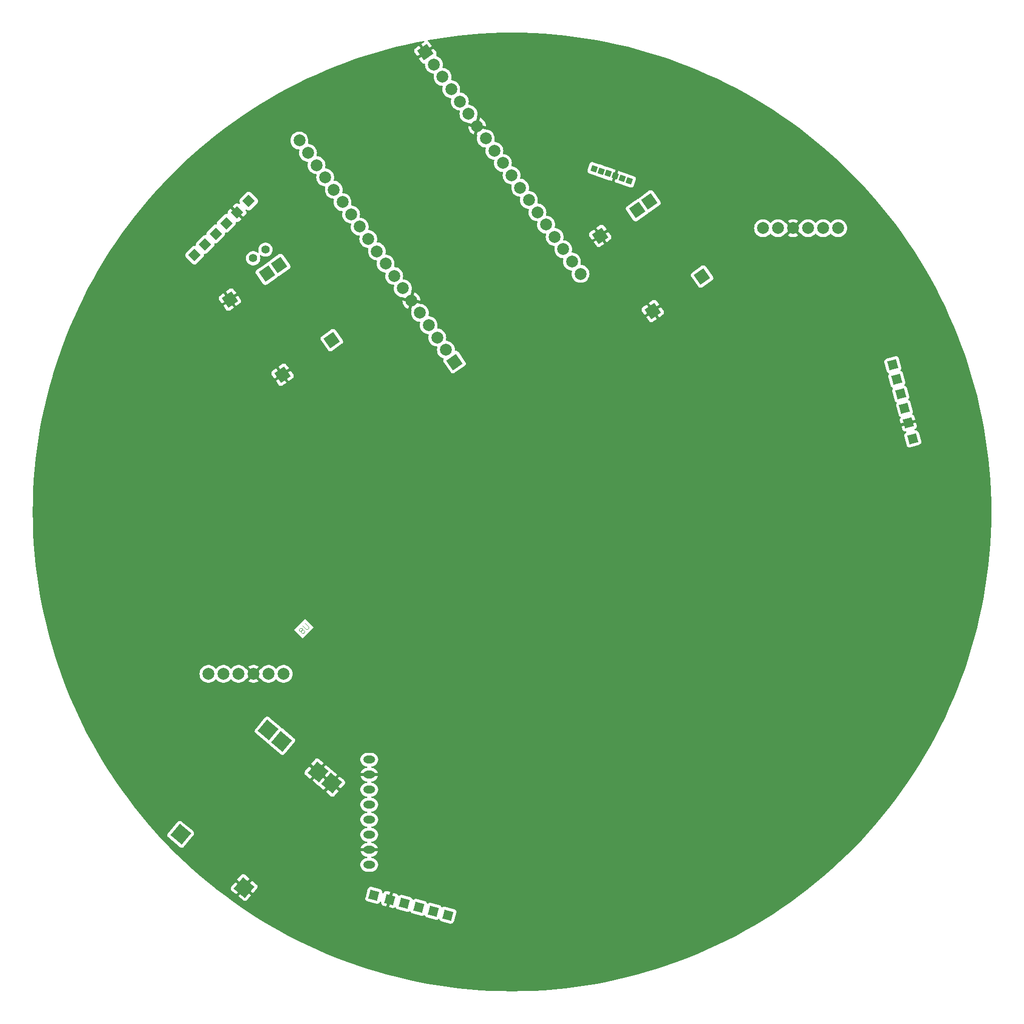
<source format=gbr>
%TF.GenerationSoftware,KiCad,Pcbnew,7.0.9-rc1*%
%TF.CreationDate,2023-11-05T19:21:47+02:00*%
%TF.ProjectId,projectA,70726f6a-6563-4744-912e-6b696361645f,rev?*%
%TF.SameCoordinates,PX5e5c173PY6474d3b*%
%TF.FileFunction,Copper,L2,Bot*%
%TF.FilePolarity,Positive*%
%FSLAX46Y46*%
G04 Gerber Fmt 4.6, Leading zero omitted, Abs format (unit mm)*
G04 Created by KiCad (PCBNEW 7.0.9-rc1) date 2023-11-05 19:21:47*
%MOMM*%
%LPD*%
G01*
G04 APERTURE LIST*
G04 Aperture macros list*
%AMRotRect*
0 Rectangle, with rotation*
0 The origin of the aperture is its center*
0 $1 length*
0 $2 width*
0 $3 Rotation angle, in degrees counterclockwise*
0 Add horizontal line*
21,1,$1,$2,0,0,$3*%
G04 Aperture macros list end*
%ADD10C,0.100000*%
%TA.AperFunction,NonConductor*%
%ADD11C,0.100000*%
%TD*%
%TA.AperFunction,ComponentPad*%
%ADD12O,2.000000X1.300000*%
%TD*%
%TA.AperFunction,ComponentPad*%
%ADD13C,2.000000*%
%TD*%
%TA.AperFunction,ComponentPad*%
%ADD14RotRect,1.524000X1.524000X225.000000*%
%TD*%
%TA.AperFunction,ComponentPad*%
%ADD15RotRect,1.000000X1.000000X341.000000*%
%TD*%
%TA.AperFunction,ComponentPad*%
%ADD16C,1.400000*%
%TD*%
%TA.AperFunction,ComponentPad*%
%ADD17RotRect,2.000000X2.000000X305.000000*%
%TD*%
%TA.AperFunction,ComponentPad*%
%ADD18RotRect,1.524000X1.524000X345.000000*%
%TD*%
%TA.AperFunction,ComponentPad*%
%ADD19RotRect,2.500000X2.500000X50.000000*%
%TD*%
%TA.AperFunction,ComponentPad*%
%ADD20RotRect,1.524000X1.524000X105.000000*%
%TD*%
%TA.AperFunction,ComponentPad*%
%ADD21RotRect,2.000000X2.000000X35.000000*%
%TD*%
G04 APERTURE END LIST*
D10*
D11*
X-34932253Y-18849053D02*
X-34359833Y-19421473D01*
X-34359833Y-19421473D02*
X-34326162Y-19522488D01*
X-34326162Y-19522488D02*
X-34326162Y-19589831D01*
X-34326162Y-19589831D02*
X-34359833Y-19690847D01*
X-34359833Y-19690847D02*
X-34494520Y-19825534D01*
X-34494520Y-19825534D02*
X-34595536Y-19859205D01*
X-34595536Y-19859205D02*
X-34662879Y-19859205D01*
X-34662879Y-19859205D02*
X-34763894Y-19825534D01*
X-34763894Y-19825534D02*
X-35336314Y-19253114D01*
X-35471001Y-19993892D02*
X-35437329Y-19892877D01*
X-35437329Y-19892877D02*
X-35437329Y-19825534D01*
X-35437329Y-19825534D02*
X-35471001Y-19724518D01*
X-35471001Y-19724518D02*
X-35504673Y-19690847D01*
X-35504673Y-19690847D02*
X-35605688Y-19657175D01*
X-35605688Y-19657175D02*
X-35673032Y-19657175D01*
X-35673032Y-19657175D02*
X-35774047Y-19690847D01*
X-35774047Y-19690847D02*
X-35908734Y-19825534D01*
X-35908734Y-19825534D02*
X-35942406Y-19926549D01*
X-35942406Y-19926549D02*
X-35942406Y-19993892D01*
X-35942406Y-19993892D02*
X-35908734Y-20094908D01*
X-35908734Y-20094908D02*
X-35875062Y-20128579D01*
X-35875062Y-20128579D02*
X-35774047Y-20162251D01*
X-35774047Y-20162251D02*
X-35706703Y-20162251D01*
X-35706703Y-20162251D02*
X-35605688Y-20128579D01*
X-35605688Y-20128579D02*
X-35471001Y-19993892D01*
X-35471001Y-19993892D02*
X-35369986Y-19960221D01*
X-35369986Y-19960221D02*
X-35302642Y-19960221D01*
X-35302642Y-19960221D02*
X-35201627Y-19993892D01*
X-35201627Y-19993892D02*
X-35066940Y-20128579D01*
X-35066940Y-20128579D02*
X-35033268Y-20229595D01*
X-35033268Y-20229595D02*
X-35033268Y-20296938D01*
X-35033268Y-20296938D02*
X-35066940Y-20397953D01*
X-35066940Y-20397953D02*
X-35201627Y-20532640D01*
X-35201627Y-20532640D02*
X-35302642Y-20566312D01*
X-35302642Y-20566312D02*
X-35369986Y-20566312D01*
X-35369986Y-20566312D02*
X-35471001Y-20532640D01*
X-35471001Y-20532640D02*
X-35605688Y-20397953D01*
X-35605688Y-20397953D02*
X-35639360Y-20296938D01*
X-35639360Y-20296938D02*
X-35639360Y-20229595D01*
X-35639360Y-20229595D02*
X-35605688Y-20128579D01*
D12*
%TO.P,U11,8,INT*%
%TO.N,/MPU_ESP_INT*%
X-24083406Y-59672952D03*
%TO.P,U11,7,AD0*%
%TO.N,GND*%
X-24083406Y-57132952D03*
%TO.P,U11,6,XCL*%
%TO.N,unconnected-(U11-XCL-Pad6)*%
X-24083406Y-54592952D03*
%TO.P,U11,5,XDA*%
%TO.N,unconnected-(U11-XDA-Pad5)*%
X-24083406Y-52052952D03*
%TO.P,U11,4,SDA*%
%TO.N,/ESP_MPU_VL_SDA*%
X-24083406Y-49512952D03*
%TO.P,U11,3,SCL*%
%TO.N,/ESP_MPU_VL_SCL*%
X-24083406Y-46972952D03*
%TO.P,U11,2,GND*%
%TO.N,GND*%
X-24083406Y-44432952D03*
%TO.P,U11,1,VCC*%
%TO.N,+3.3V*%
X-24083406Y-41892952D03*
%TD*%
D13*
%TO.P,U1,1,A_IB*%
%TO.N,/ESP_MD_A_AIB*%
X55166653Y47916123D03*
%TO.P,U1,2,A_IA*%
%TO.N,/ESP_MD_A_AIA*%
X52626653Y47916123D03*
%TO.P,U1,3,VCC*%
%TO.N,+9V*%
X50086653Y47916123D03*
%TO.P,U1,4,GND*%
%TO.N,GND*%
X47546653Y47916123D03*
%TO.P,U1,5,B_IB*%
%TO.N,/ESP_MD_A_BIB*%
X45006653Y47916123D03*
%TO.P,U1,6,B_IA*%
%TO.N,/ESP_MD_A_BIA*%
X42466653Y47916123D03*
%TD*%
D14*
%TO.P,U3,1,VIN*%
%TO.N,+3.3V*%
X-44472558Y52506911D03*
%TO.P,U3,2,GND*%
%TO.N,GND*%
X-46431244Y50548225D03*
%TO.P,U3,3,SCL*%
%TO.N,/ESP_MPU_VL_SCL*%
X-48227295Y48752174D03*
%TO.P,U3,4,SDA*%
%TO.N,/ESP_MPU_VL_SDA*%
X-50023347Y46956123D03*
%TO.P,U3,5,GPIO1*%
%TO.N,unconnected-(U3-GPIO1-Pad5)*%
X-51819398Y45160072D03*
%TO.P,U3,6,XSHUT*%
%TO.N,/ESP_VL_A_XSHUT*%
X-53615449Y43364020D03*
%TD*%
D13*
%TO.P,U2,1,A_IB*%
%TO.N,/ESP_MD_B_AIB*%
X-51263347Y-27413877D03*
%TO.P,U2,2,A_IA*%
%TO.N,/ESP_MD_B_AIA*%
X-48723347Y-27413877D03*
%TO.P,U2,3,VCC*%
%TO.N,+9V*%
X-46183347Y-27413877D03*
%TO.P,U2,4,GND*%
%TO.N,GND*%
X-43643347Y-27413877D03*
%TO.P,U2,5,B_IB*%
%TO.N,/ESP_MD_B_BIB*%
X-41103347Y-27413877D03*
%TO.P,U2,6,B_IA*%
%TO.N,/ESP_MD_B_BIA*%
X-38563347Y-27413877D03*
%TD*%
D15*
%TO.P,U10,1,5V*%
%TO.N,+5V*%
X13920959Y57957004D03*
%TO.P,U10,2,RXD_SDA*%
%TO.N,/ESP_LUNA_LED8_TXD*%
X15102857Y57550044D03*
%TO.P,U10,3,TXD_SCL*%
%TO.N,/LUNA_ESP_RXD*%
X16284755Y57143084D03*
%TO.P,U10,4,GND*%
%TO.N,GND*%
X17466653Y56736123D03*
%TO.P,U10,5,CONFIGURATION_INPUT*%
%TO.N,+3.3V*%
X18648552Y56329163D03*
%TO.P,U10,6,MULTIPLEXING_OUTPUT*%
%TO.N,unconnected-(U10-MULTIPLEXING_OUTPUT-Pad6)*%
X19830450Y55922203D03*
%TD*%
D16*
%TO.P,JP1,1,A*%
%TO.N,/CHRG_BB_IN_P*%
X-41619407Y44293093D03*
%TO.P,JP1,2,B*%
%TO.N,/BB_EN*%
X-43700053Y42836209D03*
%TD*%
D17*
%TO.P,U7,1,IN_P*%
%TO.N,/CHRG_BB_IN_P*%
X-39313782Y41682980D03*
%TO.P,U7,2,EN*%
%TO.N,/BB_EN*%
X-41394428Y40226095D03*
%TO.P,U7,3,IN_N*%
%TO.N,GND*%
X-47636367Y35855443D03*
%TO.P,U7,4,OUT_P*%
%TO.N,+9V*%
X-30423347Y28986123D03*
%TO.P,U7,5,OUT_N*%
%TO.N,GND*%
X-38745932Y23158586D03*
%TD*%
%TO.P,U6,1,IN_P*%
%TO.N,/CHRG_BB_IN_P*%
X23272728Y52438320D03*
%TO.P,U6,2,EN*%
X21192082Y50981435D03*
%TO.P,U6,3,IN_N*%
%TO.N,GND*%
X14950143Y46610783D03*
%TO.P,U6,4,OUT_P*%
%TO.N,+5V*%
X32163163Y39741463D03*
%TO.P,U6,5,OUT_N*%
%TO.N,GND*%
X23840578Y33913926D03*
%TD*%
D18*
%TO.P,U4,1,VIN*%
%TO.N,+3.3V*%
X-23302413Y-64829548D03*
%TO.P,U4,2,GND*%
%TO.N,GND*%
X-20626799Y-65546477D03*
%TO.P,U4,3,SCL*%
%TO.N,/ESP_MPU_VL_SCL*%
X-18173347Y-66203877D03*
%TO.P,U4,4,SDA*%
%TO.N,/ESP_MPU_VL_SDA*%
X-15719896Y-66861278D03*
%TO.P,U4,5,GPIO1*%
%TO.N,unconnected-(U4-GPIO1-Pad5)*%
X-13266444Y-67518678D03*
%TO.P,U4,6,XSHUT*%
%TO.N,/ESP_VL_B_XSHUT*%
X-10812992Y-68176078D03*
%TD*%
D19*
%TO.P,U9,1,OUT_P*%
%TO.N,/CHRG_BB_IN_P*%
X-41173600Y-36894853D03*
%TO.P,U9,2,B_P*%
%TO.N,/CHRG_BAT_POS*%
X-38875467Y-38823216D03*
%TO.P,U9,3,B_N*%
%TO.N,GND*%
X-32747111Y-43965517D03*
%TO.P,U9,4,OUT_N*%
X-30448978Y-45893880D03*
%TO.P,U9,5,IN_P*%
%TO.N,unconnected-(U9-IN_P-Pad5)*%
X-55957715Y-54513876D03*
%TO.P,U9,6,IN_N*%
%TO.N,GND*%
X-45233093Y-63512902D03*
%TD*%
D20*
%TO.P,U5,1,VIN*%
%TO.N,+3.3V*%
X67750982Y12327057D03*
%TO.P,U5,2,GND*%
%TO.N,GND*%
X67034053Y15002672D03*
%TO.P,U5,3,SCL*%
%TO.N,/ESP_MPU_VL_SCL*%
X66376653Y17456123D03*
%TO.P,U5,4,SDA*%
%TO.N,/ESP_MPU_VL_SDA*%
X65719252Y19909575D03*
%TO.P,U5,5,GPIO1*%
%TO.N,unconnected-(U5-GPIO1-Pad5)*%
X65061852Y22363026D03*
%TO.P,U5,6,XSHUT*%
%TO.N,/ESP_VL_C_XSHUT*%
X64404452Y24816478D03*
%TD*%
D13*
%TO.P,U12,1,3V3*%
%TO.N,+3.3V*%
X-35898837Y62735720D03*
%TO.P,U12,2,RESTART__EN*%
%TO.N,+5V*%
X-34441953Y60655074D03*
%TO.P,U12,3,ADC1_0_RTC_GPIO0__GPIO36*%
%TO.N,/MPU_ESP_INT*%
X-32985068Y58574428D03*
%TO.P,U12,4,ADC1_3_RTC_GPIO3__GPIO39*%
%TO.N,unconnected-(U12-ADC1_3_RTC_GPIO3__GPIO39-Pad4)*%
X-31528184Y56493782D03*
%TO.P,U12,5,ADC1_6_RTC_GPIO4__GPIO34*%
%TO.N,unconnected-(U12-ADC1_6_RTC_GPIO4__GPIO34-Pad5)*%
X-30071300Y54413135D03*
%TO.P,U12,6,ADC1_7_RTC_GPIO5__GPIO35*%
%TO.N,unconnected-(U12-ADC1_7_RTC_GPIO5__GPIO35-Pad6)*%
X-28614416Y52332489D03*
%TO.P,U12,7,TOUCH_9__ADC1_4__RTC_GPIO9_GPIO32*%
%TO.N,/ESP_VL_A_XSHUT*%
X-27157532Y50251843D03*
%TO.P,U12,8,TOUCH_8__ADC1_5__RTC_GPIO8_GPIO33*%
%TO.N,/ESP_VL_B_XSHUT*%
X-25700648Y48171197D03*
%TO.P,U12,9,DAC_1__ADC2_8__RTC_GPIO6__GPIO25*%
%TO.N,/ESP_VL_C_XSHUT*%
X-24243764Y46090551D03*
%TO.P,U12,10,DAC_2__ADC2_9__RTC_GPIO7__GPIO26*%
%TO.N,/ESP_LED1*%
X-22786879Y44009904D03*
%TO.P,U12,11,TOUCH_7__ADC2_7__RTC_GPIO17__GPIO27*%
%TO.N,/ESP_LED2*%
X-21329995Y41929258D03*
%TO.P,U12,12,SC_CLK__HSPI_CLK__TOUCH_6__ADC2_6__RTC_GPIO16__GPIO14*%
%TO.N,/ESP_LED3*%
X-19873111Y39848612D03*
%TO.P,U12,13,SD_DAT2__HSPI_MISO__TOUCH_5__ADC2_5__RTC_GPIO15__GPIO12*%
%TO.N,/ESP_LED4*%
X-18416227Y37767966D03*
%TO.P,U12,14,GND1*%
%TO.N,GND*%
X-16959343Y35687320D03*
%TO.P,U12,15,SD_DAT3__HSPI_MOSI__TOUCH_4__ADC2_4__RTC_GPIO14__GPIO13*%
%TO.N,/ESP_LED5*%
X-15502459Y33606673D03*
%TO.P,U12,16,SHD_SD2__GPIO9*%
%TO.N,unconnected-(U12-SHD_SD2__GPIO9-Pad16)*%
X-14045574Y31526027D03*
%TO.P,U12,17,SWP_SD3__GPIO10*%
%TO.N,unconnected-(U12-SWP_SD3__GPIO10-Pad17)*%
X-12588690Y29445381D03*
%TO.P,U12,18,CSC_CMD__GPIO11*%
%TO.N,unconnected-(U12-CSC_CMD__GPIO11-Pad18)*%
X-11131806Y27364735D03*
D21*
%TO.P,U12,19,5V*%
%TO.N,+5V*%
X-9674922Y25284089D03*
D13*
%TO.P,U12,20,GPIO6__SCK_CLK*%
%TO.N,unconnected-(U12-GPIO6__SCK_CLK-Pad20)*%
X11623031Y40197076D03*
%TO.P,U12,21,GPIO7__SDO_SD0*%
%TO.N,unconnected-(U12-GPIO7__SDO_SD0-Pad21)*%
X10166147Y42277722D03*
%TO.P,U12,22,GPIO8__SDI_SD1*%
%TO.N,unconnected-(U12-GPIO8__SDI_SD1-Pad22)*%
X8709263Y44358368D03*
%TO.P,U12,23,GPIO15__RTC_GPIO13__ADC2_3__TOUCH3__SD_CMD__HSPI_CS*%
%TO.N,/ESP_MD_A_AIA*%
X7252379Y46439015D03*
%TO.P,U12,24,GPIO2__RTC_GPIO12__ADC2_2__TOUCH_2__SD_DAT0__LED*%
%TO.N,/ESP_MD_B_AIB*%
X5795495Y48519661D03*
%TO.P,U12,25,GPIO0__RTC_GPIO11__ADC2_1__TOUCH_1*%
%TO.N,/ESP_LED6*%
X4338610Y50600307D03*
%TO.P,U12,26,GPIO4__RTC_GPIO10__ADC2_0__TOUCH0__SD_DAT1*%
%TO.N,/ESP_MD_B_AIA*%
X2881726Y52680953D03*
%TO.P,U12,27,GPIO16__RX2*%
%TO.N,/LUNA_ESP_RXD*%
X1424842Y54761599D03*
%TO.P,U12,28,GPIO17__TX2*%
%TO.N,/ESP_LUNA_LED8_TXD*%
X-32042Y56842246D03*
%TO.P,U12,29,GPIO5__VSPI_CS*%
%TO.N,/ESP_MD_B_BIB*%
X-1488926Y58922892D03*
%TO.P,U12,30,GPIO18__VSPI_CLK*%
%TO.N,/ESP_MD_B_BIA*%
X-2945810Y61003538D03*
%TO.P,U12,31,GPIO19__VSPI_MISO*%
%TO.N,/ESP_MD_A_BIB*%
X-4402695Y63084184D03*
%TO.P,U12,32,GND2*%
%TO.N,GND*%
X-5859579Y65164830D03*
%TO.P,U12,33,GPIO21__I2C_SDA*%
%TO.N,/ESP_MPU_VL_SDA*%
X-7316463Y67245476D03*
%TO.P,U12,34,GPIO3__RX0*%
%TO.N,/ESP_MD_A_BIA*%
X-8773347Y69326123D03*
%TO.P,U12,35,GPIO1__TX0*%
%TO.N,/ESP_MD_A_AIB*%
X-10230231Y71406769D03*
%TO.P,U12,36,GPIO22__I2C_SCL*%
%TO.N,/ESP_MPU_VL_SCL*%
X-11687115Y73487415D03*
%TO.P,U12,37,GPIO23__VSPI_MOSI*%
%TO.N,/ESP_LED7*%
X-13143999Y75568061D03*
D21*
%TO.P,U12,38,GND3*%
%TO.N,GND*%
X-14600884Y77648707D03*
%TD*%
%TA.AperFunction,Conductor*%
%TO.N,GND*%
G36*
X-31659501Y-44551779D02*
G01*
X-30629808Y-45415795D01*
X-30727540Y-45460429D01*
X-30838373Y-45556467D01*
X-30917660Y-45679840D01*
X-30952320Y-45797877D01*
X-31536588Y-45307618D01*
X-31561812Y-45286453D01*
X-31980894Y-44934801D01*
X-32566282Y-44443600D01*
X-32468549Y-44398968D01*
X-32357716Y-44302930D01*
X-32278429Y-44179557D01*
X-32243770Y-44061519D01*
X-31659501Y-44551779D01*
G37*
%TD.AperFunction*%
%TA.AperFunction,Conductor*%
G36*
X1838542Y80936300D02*
G01*
X3629554Y80876842D01*
X5418812Y80777778D01*
X7205441Y80639156D01*
X8988567Y80461043D01*
X10767315Y80243528D01*
X12540817Y79986716D01*
X14308203Y79690734D01*
X16068609Y79355726D01*
X17821173Y78981856D01*
X19565037Y78569307D01*
X21299348Y78118281D01*
X23023257Y77628999D01*
X24735920Y77101700D01*
X26436499Y76536643D01*
X28124162Y75934103D01*
X29798082Y75294377D01*
X31457441Y74617776D01*
X33101426Y73904632D01*
X34729232Y73155295D01*
X36340063Y72370130D01*
X37933130Y71549523D01*
X39507653Y70693873D01*
X41062863Y69803603D01*
X42597997Y68879146D01*
X44112305Y67920954D01*
X45605045Y66929497D01*
X47075487Y65905261D01*
X48522910Y64848746D01*
X49946607Y63760469D01*
X51345881Y62640963D01*
X52720046Y61490777D01*
X54068431Y60310472D01*
X55390375Y59100628D01*
X56685231Y57861835D01*
X57952365Y56594701D01*
X59191158Y55299845D01*
X60401002Y53977901D01*
X61581307Y52629516D01*
X62731493Y51255351D01*
X63850999Y49856077D01*
X64939276Y48432380D01*
X65995791Y46984957D01*
X67020027Y45514515D01*
X68011484Y44021775D01*
X68969676Y42507467D01*
X69894133Y40972333D01*
X70784403Y39417123D01*
X71640053Y37842600D01*
X72460660Y36249533D01*
X73245825Y34638702D01*
X73995162Y33010896D01*
X74708306Y31366911D01*
X75384907Y29707552D01*
X76024633Y28033632D01*
X76627173Y26345969D01*
X77192230Y24645390D01*
X77719529Y22932727D01*
X78208811Y21208818D01*
X78659837Y19474507D01*
X79072386Y17730643D01*
X79446256Y15978079D01*
X79781264Y14217673D01*
X80077246Y12450287D01*
X80334058Y10676785D01*
X80551573Y8898037D01*
X80729686Y7114911D01*
X80868308Y5328282D01*
X80967372Y3539024D01*
X81026830Y1748012D01*
X81046653Y-43877D01*
X81026830Y-1835766D01*
X80967372Y-3626778D01*
X80868308Y-5416036D01*
X80729686Y-7202665D01*
X80551573Y-8985791D01*
X80334058Y-10764539D01*
X80077246Y-12538041D01*
X79781264Y-14305427D01*
X79446256Y-16065833D01*
X79072386Y-17818397D01*
X78659837Y-19562261D01*
X78208811Y-21296572D01*
X77719529Y-23020481D01*
X77192230Y-24733144D01*
X76627173Y-26433723D01*
X76024633Y-28121386D01*
X75384907Y-29795306D01*
X74708306Y-31454665D01*
X73995162Y-33098650D01*
X73245825Y-34726456D01*
X72460660Y-36337287D01*
X71640053Y-37930354D01*
X70784403Y-39504877D01*
X69894133Y-41060087D01*
X68969676Y-42595221D01*
X68011484Y-44109529D01*
X67020027Y-45602269D01*
X65995791Y-47072711D01*
X64939276Y-48520134D01*
X63850999Y-49943831D01*
X62731493Y-51343105D01*
X61581307Y-52717270D01*
X60401002Y-54065655D01*
X59191158Y-55387599D01*
X57952365Y-56682455D01*
X56685231Y-57949589D01*
X55390375Y-59188382D01*
X54068431Y-60398226D01*
X52720046Y-61578531D01*
X51345881Y-62728717D01*
X49946607Y-63848223D01*
X48522910Y-64936500D01*
X47075487Y-65993015D01*
X45605045Y-67017251D01*
X44112305Y-68008708D01*
X42597997Y-68966900D01*
X41062863Y-69891357D01*
X39507653Y-70781627D01*
X37933130Y-71637277D01*
X36340063Y-72457884D01*
X34729232Y-73243049D01*
X33101426Y-73992386D01*
X31457441Y-74705530D01*
X29798082Y-75382131D01*
X28124162Y-76021857D01*
X26436499Y-76624397D01*
X24735920Y-77189454D01*
X23023257Y-77716753D01*
X21299348Y-78206035D01*
X19565037Y-78657061D01*
X17821173Y-79069610D01*
X16068609Y-79443480D01*
X14308203Y-79778488D01*
X12540817Y-80074470D01*
X10767315Y-80331282D01*
X8988567Y-80548797D01*
X7205441Y-80726910D01*
X5418812Y-80865532D01*
X3629554Y-80964596D01*
X1838542Y-81024054D01*
X46653Y-81043877D01*
X-1745236Y-81024054D01*
X-3536248Y-80964596D01*
X-5325506Y-80865532D01*
X-7112135Y-80726910D01*
X-8895261Y-80548797D01*
X-10674009Y-80331282D01*
X-12447511Y-80074470D01*
X-14214897Y-79778488D01*
X-15975303Y-79443480D01*
X-17727867Y-79069610D01*
X-19471731Y-78657061D01*
X-21206042Y-78206035D01*
X-22929951Y-77716753D01*
X-24642614Y-77189454D01*
X-26343193Y-76624397D01*
X-28030856Y-76021857D01*
X-29704776Y-75382131D01*
X-31364135Y-74705530D01*
X-33008120Y-73992386D01*
X-34635926Y-73243049D01*
X-36246757Y-72457884D01*
X-37839824Y-71637277D01*
X-39414347Y-70781627D01*
X-40969557Y-69891357D01*
X-42504691Y-68966900D01*
X-44018999Y-68008708D01*
X-45511739Y-67017251D01*
X-46982181Y-65993015D01*
X-48429604Y-64936500D01*
X-49853301Y-63848223D01*
X-50024818Y-63710999D01*
X-47497352Y-63710999D01*
X-47464568Y-63850984D01*
X-47464567Y-63850987D01*
X-47393666Y-63976073D01*
X-47352171Y-64019245D01*
X-47352160Y-64019256D01*
X-46549484Y-64692782D01*
X-45711437Y-63694038D01*
X-45701775Y-63726942D01*
X-45622488Y-63850315D01*
X-45511655Y-63946353D01*
X-45378254Y-64007275D01*
X-45327674Y-64014547D01*
X-46166462Y-65014175D01*
X-45363775Y-65687710D01*
X-45314052Y-65721076D01*
X-45314046Y-65721079D01*
X-45178554Y-65769182D01*
X-45034996Y-65777160D01*
X-44895011Y-65744376D01*
X-44895008Y-65744375D01*
X-44769922Y-65673474D01*
X-44726750Y-65631979D01*
X-44726749Y-65631978D01*
X-44485361Y-65344303D01*
X-24740742Y-65344303D01*
X-24727062Y-65487575D01*
X-24673572Y-65621187D01*
X-24584609Y-65734314D01*
X-24584607Y-65734315D01*
X-24584605Y-65734318D01*
X-24467369Y-65817800D01*
X-24411449Y-65839419D01*
X-22846896Y-66258639D01*
X-22846886Y-66258640D01*
X-22846884Y-66258641D01*
X-22837555Y-66260095D01*
X-22787657Y-66267877D01*
X-22644387Y-66254197D01*
X-22510774Y-66200706D01*
X-22397643Y-66111740D01*
X-22314161Y-65994504D01*
X-22294353Y-65943267D01*
X-22251823Y-65887840D01*
X-22186073Y-65864203D01*
X-22117981Y-65879864D01*
X-22069167Y-65929853D01*
X-22055127Y-65998298D01*
X-22056178Y-66007089D01*
X-22064625Y-66061256D01*
X-22064626Y-66061262D01*
X-22050959Y-66204380D01*
X-22050957Y-66204389D01*
X-21997521Y-66337862D01*
X-21908647Y-66450877D01*
X-21908646Y-66450878D01*
X-21791521Y-66534281D01*
X-21791522Y-66534281D01*
X-21735675Y-66555871D01*
X-21735657Y-66555876D01*
X-21194912Y-66700769D01*
X-20983598Y-65912135D01*
X-20905361Y-65979928D01*
X-20771960Y-66040850D01*
X-20663272Y-66056477D01*
X-20590326Y-66056477D01*
X-20501201Y-66043662D01*
X-20711948Y-66830178D01*
X-20171196Y-66975073D01*
X-20171190Y-66975074D01*
X-20112017Y-66984302D01*
X-20112014Y-66984303D01*
X-19968896Y-66970636D01*
X-19968887Y-66970634D01*
X-19835414Y-66917198D01*
X-19768213Y-66864352D01*
X-19703348Y-66838384D01*
X-19634741Y-66851608D01*
X-19584174Y-66899824D01*
X-19576445Y-66915736D01*
X-19544506Y-66995515D01*
X-19455543Y-67108643D01*
X-19455541Y-67108644D01*
X-19455539Y-67108647D01*
X-19338303Y-67192129D01*
X-19282383Y-67213748D01*
X-17717830Y-67632968D01*
X-17717820Y-67632969D01*
X-17717818Y-67632970D01*
X-17708489Y-67634424D01*
X-17658591Y-67642206D01*
X-17515321Y-67628526D01*
X-17381708Y-67575035D01*
X-17314568Y-67522236D01*
X-17249705Y-67496269D01*
X-17181098Y-67509491D01*
X-17130531Y-67557707D01*
X-17122801Y-67573619D01*
X-17091054Y-67652917D01*
X-17002092Y-67766044D01*
X-17002090Y-67766045D01*
X-17002088Y-67766048D01*
X-16884852Y-67849530D01*
X-16828932Y-67871149D01*
X-15264379Y-68290369D01*
X-15264369Y-68290370D01*
X-15264367Y-68290371D01*
X-15255038Y-68291825D01*
X-15205140Y-68299607D01*
X-15061870Y-68285927D01*
X-14928257Y-68232436D01*
X-14861115Y-68179635D01*
X-14796252Y-68153668D01*
X-14727645Y-68166892D01*
X-14677078Y-68215107D01*
X-14669348Y-68231021D01*
X-14637603Y-68310316D01*
X-14548640Y-68423444D01*
X-14548638Y-68423445D01*
X-14548636Y-68423448D01*
X-14431400Y-68506930D01*
X-14375480Y-68528549D01*
X-12810927Y-68947769D01*
X-12810917Y-68947770D01*
X-12810915Y-68947771D01*
X-12801586Y-68949225D01*
X-12751688Y-68957007D01*
X-12608418Y-68943327D01*
X-12474805Y-68889836D01*
X-12407663Y-68837035D01*
X-12342800Y-68811068D01*
X-12274193Y-68824292D01*
X-12223626Y-68872507D01*
X-12215896Y-68888421D01*
X-12184151Y-68967716D01*
X-12095188Y-69080844D01*
X-12095186Y-69080845D01*
X-12095184Y-69080848D01*
X-11977948Y-69164330D01*
X-11922028Y-69185949D01*
X-10357475Y-69605169D01*
X-10357465Y-69605170D01*
X-10357463Y-69605171D01*
X-10348134Y-69606625D01*
X-10298236Y-69614407D01*
X-10154966Y-69600727D01*
X-10021353Y-69547236D01*
X-9908222Y-69458270D01*
X-9824740Y-69341034D01*
X-9803121Y-69285114D01*
X-9383901Y-67720561D01*
X-9374663Y-67661322D01*
X-9388343Y-67518052D01*
X-9441834Y-67384439D01*
X-9441834Y-67384438D01*
X-9530797Y-67271311D01*
X-9530799Y-67271309D01*
X-9530800Y-67271308D01*
X-9648036Y-67187826D01*
X-9648038Y-67187825D01*
X-9703953Y-67166208D01*
X-9703955Y-67166207D01*
X-9703956Y-67166207D01*
X-11268509Y-66746987D01*
X-11268514Y-66746986D01*
X-11268522Y-66746984D01*
X-11327747Y-66737749D01*
X-11327748Y-66737749D01*
X-11471020Y-66751429D01*
X-11604631Y-66804919D01*
X-11671774Y-66857720D01*
X-11736639Y-66883687D01*
X-11805246Y-66870463D01*
X-11855812Y-66822246D01*
X-11863536Y-66806347D01*
X-11895286Y-66727039D01*
X-11948482Y-66659394D01*
X-11984249Y-66613911D01*
X-11984251Y-66613909D01*
X-11984252Y-66613908D01*
X-12101488Y-66530426D01*
X-12101490Y-66530425D01*
X-12157405Y-66508808D01*
X-12157407Y-66508807D01*
X-12157408Y-66508807D01*
X-13721961Y-66089587D01*
X-13721966Y-66089586D01*
X-13721974Y-66089584D01*
X-13781199Y-66080349D01*
X-13781200Y-66080349D01*
X-13924472Y-66094029D01*
X-14058083Y-66147519D01*
X-14125226Y-66200320D01*
X-14190091Y-66226287D01*
X-14258698Y-66213063D01*
X-14309264Y-66164846D01*
X-14316988Y-66148947D01*
X-14348738Y-66069639D01*
X-14408995Y-65993015D01*
X-14437701Y-65956511D01*
X-14437703Y-65956509D01*
X-14437704Y-65956508D01*
X-14554940Y-65873026D01*
X-14554942Y-65873025D01*
X-14610857Y-65851408D01*
X-14610859Y-65851407D01*
X-14610860Y-65851407D01*
X-16175413Y-65432187D01*
X-16175418Y-65432186D01*
X-16175426Y-65432184D01*
X-16234651Y-65422949D01*
X-16234652Y-65422949D01*
X-16377924Y-65436629D01*
X-16511535Y-65490119D01*
X-16578676Y-65542919D01*
X-16643541Y-65568886D01*
X-16712147Y-65555662D01*
X-16762714Y-65507446D01*
X-16770443Y-65491534D01*
X-16802189Y-65412237D01*
X-16891152Y-65299110D01*
X-16891154Y-65299108D01*
X-16891155Y-65299107D01*
X-17008391Y-65215625D01*
X-17008393Y-65215624D01*
X-17064308Y-65194007D01*
X-17064310Y-65194006D01*
X-17064311Y-65194006D01*
X-18628864Y-64774786D01*
X-18628869Y-64774785D01*
X-18628877Y-64774783D01*
X-18688102Y-64765548D01*
X-18688103Y-64765548D01*
X-18831375Y-64779228D01*
X-18964988Y-64832719D01*
X-19032539Y-64885840D01*
X-19097404Y-64911807D01*
X-19166011Y-64898582D01*
X-19216577Y-64850366D01*
X-19224305Y-64834455D01*
X-19256078Y-64755090D01*
X-19344952Y-64642076D01*
X-19344953Y-64642075D01*
X-19462078Y-64558672D01*
X-19462077Y-64558672D01*
X-19517924Y-64537082D01*
X-19517942Y-64537077D01*
X-20058688Y-64392183D01*
X-20270002Y-65180817D01*
X-20348237Y-65113026D01*
X-20481638Y-65052104D01*
X-20590326Y-65036477D01*
X-20663272Y-65036477D01*
X-20752398Y-65049291D01*
X-20541652Y-64262774D01*
X-21082403Y-64117880D01*
X-21082409Y-64117879D01*
X-21141582Y-64108651D01*
X-21141585Y-64108650D01*
X-21284703Y-64122317D01*
X-21284712Y-64122319D01*
X-21418185Y-64175755D01*
X-21531200Y-64264629D01*
X-21531201Y-64264630D01*
X-21614604Y-64381755D01*
X-21634371Y-64432888D01*
X-21676904Y-64488320D01*
X-21742655Y-64511957D01*
X-21810746Y-64496294D01*
X-21859560Y-64446304D01*
X-21873599Y-64377860D01*
X-21872548Y-64369071D01*
X-21869342Y-64348503D01*
X-21864084Y-64314792D01*
X-21877764Y-64171522D01*
X-21931255Y-64037909D01*
X-21931255Y-64037908D01*
X-22020218Y-63924781D01*
X-22020220Y-63924779D01*
X-22020221Y-63924778D01*
X-22137457Y-63841296D01*
X-22137459Y-63841295D01*
X-22193374Y-63819678D01*
X-22193376Y-63819677D01*
X-22193377Y-63819677D01*
X-23757930Y-63400457D01*
X-23757935Y-63400456D01*
X-23757943Y-63400454D01*
X-23817168Y-63391219D01*
X-23817169Y-63391219D01*
X-23960441Y-63404899D01*
X-24094053Y-63458389D01*
X-24207180Y-63547352D01*
X-24207183Y-63547356D01*
X-24290666Y-63664593D01*
X-24312283Y-63720508D01*
X-24312284Y-63720512D01*
X-24712897Y-65215625D01*
X-24731507Y-65285077D01*
X-24740742Y-65344302D01*
X-24740742Y-65344303D01*
X-44485361Y-65344303D01*
X-44053213Y-64829290D01*
X-45052264Y-63990985D01*
X-44954531Y-63946353D01*
X-44843698Y-63850315D01*
X-44764411Y-63726942D01*
X-44729752Y-63608904D01*
X-43731820Y-64446269D01*
X-43058285Y-63643583D01*
X-43024919Y-63593860D01*
X-43024916Y-63593854D01*
X-42976813Y-63458362D01*
X-42968835Y-63314804D01*
X-43001619Y-63174819D01*
X-43001620Y-63174816D01*
X-43072521Y-63049730D01*
X-43114016Y-63006558D01*
X-43114027Y-63006547D01*
X-43916704Y-62333020D01*
X-44754751Y-63331762D01*
X-44764411Y-63298862D01*
X-44843698Y-63175489D01*
X-44954531Y-63079451D01*
X-45087932Y-63018529D01*
X-45138516Y-63011256D01*
X-44299726Y-62011627D01*
X-45102418Y-61338089D01*
X-45152135Y-61304727D01*
X-45152141Y-61304724D01*
X-45287633Y-61256621D01*
X-45431191Y-61248643D01*
X-45571176Y-61281427D01*
X-45571179Y-61281428D01*
X-45696265Y-61352329D01*
X-45739437Y-61393824D01*
X-45739448Y-61393835D01*
X-46412975Y-62196511D01*
X-45413922Y-63034817D01*
X-45511655Y-63079451D01*
X-45622488Y-63175489D01*
X-45701775Y-63298862D01*
X-45736435Y-63416899D01*
X-46734368Y-62579533D01*
X-47407906Y-63382226D01*
X-47441268Y-63431943D01*
X-47441271Y-63431949D01*
X-47489374Y-63567441D01*
X-47497352Y-63710999D01*
X-50024818Y-63710999D01*
X-51252575Y-62728717D01*
X-52626740Y-61578531D01*
X-53975125Y-60398226D01*
X-54651112Y-59779562D01*
X-25583906Y-59779562D01*
X-25544727Y-59989150D01*
X-25467704Y-60187971D01*
X-25355458Y-60369254D01*
X-25329046Y-60398226D01*
X-25211813Y-60526824D01*
X-25041660Y-60655319D01*
X-24850800Y-60750355D01*
X-24850798Y-60750355D01*
X-24850795Y-60750357D01*
X-24645716Y-60808708D01*
X-24486600Y-60823452D01*
X-24486596Y-60823452D01*
X-23680216Y-60823452D01*
X-23680212Y-60823452D01*
X-23521096Y-60808708D01*
X-23316017Y-60750357D01*
X-23316013Y-60750355D01*
X-23316012Y-60750355D01*
X-23125153Y-60655319D01*
X-23125153Y-60655318D01*
X-23125151Y-60655318D01*
X-22954999Y-60526824D01*
X-22811354Y-60369254D01*
X-22699108Y-60187971D01*
X-22622085Y-59989150D01*
X-22582906Y-59779562D01*
X-22582906Y-59566342D01*
X-22622085Y-59356754D01*
X-22699108Y-59157933D01*
X-22811354Y-58976650D01*
X-22954999Y-58819080D01*
X-22955000Y-58819079D01*
X-23125153Y-58690584D01*
X-23316013Y-58595548D01*
X-23521096Y-58537196D01*
X-23640072Y-58526171D01*
X-23705009Y-58500385D01*
X-23745696Y-58443584D01*
X-23749216Y-58373803D01*
X-23714451Y-58313197D01*
X-23652438Y-58281007D01*
X-23640070Y-58279229D01*
X-23521191Y-58268214D01*
X-23521187Y-58268213D01*
X-23316210Y-58209893D01*
X-23316190Y-58209885D01*
X-23125417Y-58114892D01*
X-22955335Y-57986451D01*
X-22811755Y-57828951D01*
X-22811753Y-57828949D01*
X-22699560Y-57647750D01*
X-22699556Y-57647741D01*
X-22622570Y-57449015D01*
X-22622569Y-57449010D01*
X-22610219Y-57382952D01*
X-23637834Y-57382952D01*
X-23614724Y-57346992D01*
X-23573406Y-57206279D01*
X-23573406Y-57059625D01*
X-23614724Y-56918912D01*
X-23637834Y-56882952D01*
X-22610219Y-56882952D01*
X-22622569Y-56816893D01*
X-22622570Y-56816888D01*
X-22699556Y-56618162D01*
X-22699560Y-56618153D01*
X-22811753Y-56436954D01*
X-22811755Y-56436952D01*
X-22955335Y-56279452D01*
X-23125417Y-56151011D01*
X-23316190Y-56056018D01*
X-23316210Y-56056010D01*
X-23521187Y-55997690D01*
X-23521190Y-55997689D01*
X-23640071Y-55986674D01*
X-23705008Y-55960888D01*
X-23745696Y-55904087D01*
X-23749216Y-55834306D01*
X-23714451Y-55773700D01*
X-23652438Y-55741510D01*
X-23640080Y-55739733D01*
X-23521096Y-55728708D01*
X-23316017Y-55670357D01*
X-23316013Y-55670355D01*
X-23316012Y-55670355D01*
X-23125153Y-55575319D01*
X-23125153Y-55575318D01*
X-23125151Y-55575318D01*
X-22954999Y-55446824D01*
X-22811354Y-55289254D01*
X-22699108Y-55107971D01*
X-22622085Y-54909150D01*
X-22582906Y-54699562D01*
X-22582906Y-54486342D01*
X-22622085Y-54276754D01*
X-22699108Y-54077933D01*
X-22811354Y-53896650D01*
X-22954999Y-53739080D01*
X-22955000Y-53739079D01*
X-23125153Y-53610584D01*
X-23316013Y-53515548D01*
X-23521096Y-53457196D01*
X-23637363Y-53446422D01*
X-23702298Y-53420637D01*
X-23742986Y-53363837D01*
X-23746506Y-53294056D01*
X-23711741Y-53233449D01*
X-23649729Y-53201259D01*
X-23637368Y-53199481D01*
X-23521096Y-53188708D01*
X-23316017Y-53130357D01*
X-23316013Y-53130355D01*
X-23316012Y-53130355D01*
X-23125153Y-53035319D01*
X-23125153Y-53035318D01*
X-23125151Y-53035318D01*
X-22954999Y-52906824D01*
X-22811354Y-52749254D01*
X-22699108Y-52567971D01*
X-22622085Y-52369150D01*
X-22582906Y-52159562D01*
X-22582906Y-51946342D01*
X-22622085Y-51736754D01*
X-22699108Y-51537933D01*
X-22811354Y-51356650D01*
X-22954999Y-51199080D01*
X-22955000Y-51199079D01*
X-23125153Y-51070584D01*
X-23316013Y-50975548D01*
X-23521096Y-50917196D01*
X-23637363Y-50906422D01*
X-23702298Y-50880637D01*
X-23742986Y-50823837D01*
X-23746506Y-50754056D01*
X-23711741Y-50693449D01*
X-23649729Y-50661259D01*
X-23637368Y-50659481D01*
X-23521096Y-50648708D01*
X-23316017Y-50590357D01*
X-23316013Y-50590355D01*
X-23316012Y-50590355D01*
X-23125153Y-50495319D01*
X-23125153Y-50495318D01*
X-23125151Y-50495318D01*
X-22954999Y-50366824D01*
X-22811354Y-50209254D01*
X-22699108Y-50027971D01*
X-22622085Y-49829150D01*
X-22582906Y-49619562D01*
X-22582906Y-49406342D01*
X-22622085Y-49196754D01*
X-22699108Y-48997933D01*
X-22811354Y-48816650D01*
X-22954999Y-48659080D01*
X-22955000Y-48659079D01*
X-23125153Y-48530584D01*
X-23316013Y-48435548D01*
X-23521096Y-48377196D01*
X-23637363Y-48366422D01*
X-23702298Y-48340637D01*
X-23742986Y-48283837D01*
X-23746506Y-48214056D01*
X-23711741Y-48153449D01*
X-23649729Y-48121259D01*
X-23637368Y-48119481D01*
X-23521096Y-48108708D01*
X-23316017Y-48050357D01*
X-23316013Y-48050355D01*
X-23316012Y-48050355D01*
X-23125153Y-47955319D01*
X-23125153Y-47955318D01*
X-23125151Y-47955318D01*
X-22954999Y-47826824D01*
X-22811354Y-47669254D01*
X-22699108Y-47487971D01*
X-22622085Y-47289150D01*
X-22582906Y-47079562D01*
X-22582906Y-46866342D01*
X-22622085Y-46656754D01*
X-22699108Y-46457933D01*
X-22811354Y-46276650D01*
X-22954999Y-46119080D01*
X-23080161Y-46024561D01*
X-23125153Y-45990584D01*
X-23316013Y-45895548D01*
X-23521096Y-45837196D01*
X-23640072Y-45826171D01*
X-23705009Y-45800385D01*
X-23745696Y-45743584D01*
X-23749216Y-45673803D01*
X-23714451Y-45613197D01*
X-23652438Y-45581007D01*
X-23640070Y-45579229D01*
X-23521191Y-45568214D01*
X-23521187Y-45568213D01*
X-23316210Y-45509893D01*
X-23316190Y-45509885D01*
X-23125417Y-45414892D01*
X-22955335Y-45286451D01*
X-22811755Y-45128951D01*
X-22811753Y-45128949D01*
X-22699560Y-44947750D01*
X-22699556Y-44947741D01*
X-22622570Y-44749015D01*
X-22622569Y-44749010D01*
X-22610219Y-44682952D01*
X-23637834Y-44682952D01*
X-23614724Y-44646992D01*
X-23573406Y-44506279D01*
X-23573406Y-44359625D01*
X-23614724Y-44218912D01*
X-23637834Y-44182952D01*
X-22610219Y-44182952D01*
X-22622569Y-44116893D01*
X-22622570Y-44116888D01*
X-22699556Y-43918162D01*
X-22699560Y-43918153D01*
X-22811753Y-43736954D01*
X-22811755Y-43736952D01*
X-22955335Y-43579452D01*
X-23125417Y-43451011D01*
X-23316190Y-43356018D01*
X-23316210Y-43356010D01*
X-23521187Y-43297690D01*
X-23521190Y-43297689D01*
X-23640071Y-43286674D01*
X-23705008Y-43260888D01*
X-23745696Y-43204087D01*
X-23749216Y-43134306D01*
X-23714451Y-43073700D01*
X-23652438Y-43041510D01*
X-23640080Y-43039733D01*
X-23521096Y-43028708D01*
X-23316017Y-42970357D01*
X-23316013Y-42970355D01*
X-23316012Y-42970355D01*
X-23125153Y-42875319D01*
X-23125153Y-42875318D01*
X-23125151Y-42875318D01*
X-22954999Y-42746824D01*
X-22811354Y-42589254D01*
X-22699108Y-42407971D01*
X-22622085Y-42209150D01*
X-22582906Y-41999562D01*
X-22582906Y-41786342D01*
X-22622085Y-41576754D01*
X-22699108Y-41377933D01*
X-22811354Y-41196650D01*
X-22954999Y-41039080D01*
X-22964586Y-41031840D01*
X-23125153Y-40910584D01*
X-23316013Y-40815548D01*
X-23521096Y-40757196D01*
X-23680212Y-40742452D01*
X-24486600Y-40742452D01*
X-24613893Y-40754247D01*
X-24645717Y-40757196D01*
X-24850799Y-40815548D01*
X-24850801Y-40815548D01*
X-25041660Y-40910584D01*
X-25211813Y-41039079D01*
X-25355459Y-41196651D01*
X-25467704Y-41377932D01*
X-25467705Y-41377934D01*
X-25544726Y-41576751D01*
X-25544727Y-41576754D01*
X-25583906Y-41786342D01*
X-25583906Y-41999562D01*
X-25544727Y-42209150D01*
X-25467704Y-42407971D01*
X-25355458Y-42589254D01*
X-25350018Y-42595221D01*
X-25211813Y-42746824D01*
X-25041660Y-42875319D01*
X-24850800Y-42970355D01*
X-24850798Y-42970355D01*
X-24850795Y-42970357D01*
X-24645716Y-43028708D01*
X-24526741Y-43039732D01*
X-24461805Y-43065518D01*
X-24421117Y-43122318D01*
X-24417597Y-43192099D01*
X-24452362Y-43252706D01*
X-24514374Y-43284896D01*
X-24526742Y-43286674D01*
X-24645623Y-43297689D01*
X-24645626Y-43297690D01*
X-24850603Y-43356010D01*
X-24850623Y-43356018D01*
X-25041396Y-43451011D01*
X-25211478Y-43579452D01*
X-25355058Y-43736952D01*
X-25355060Y-43736954D01*
X-25467253Y-43918153D01*
X-25467257Y-43918162D01*
X-25544243Y-44116888D01*
X-25544244Y-44116893D01*
X-25556593Y-44182952D01*
X-24528978Y-44182952D01*
X-24552088Y-44218912D01*
X-24593406Y-44359625D01*
X-24593406Y-44506279D01*
X-24552088Y-44646992D01*
X-24528978Y-44682952D01*
X-25556593Y-44682952D01*
X-25544244Y-44749010D01*
X-25544243Y-44749015D01*
X-25467257Y-44947741D01*
X-25467253Y-44947750D01*
X-25355060Y-45128949D01*
X-25355058Y-45128951D01*
X-25211478Y-45286451D01*
X-25041396Y-45414892D01*
X-24850623Y-45509885D01*
X-24850603Y-45509893D01*
X-24645626Y-45568213D01*
X-24645622Y-45568214D01*
X-24526743Y-45579229D01*
X-24461805Y-45605015D01*
X-24421117Y-45661815D01*
X-24417597Y-45731596D01*
X-24452362Y-45792202D01*
X-24514374Y-45824393D01*
X-24526741Y-45826171D01*
X-24645717Y-45837196D01*
X-24850799Y-45895548D01*
X-24850801Y-45895548D01*
X-25041660Y-45990584D01*
X-25211813Y-46119079D01*
X-25355459Y-46276651D01*
X-25467704Y-46457932D01*
X-25467705Y-46457934D01*
X-25544726Y-46656751D01*
X-25544727Y-46656754D01*
X-25583906Y-46866342D01*
X-25583906Y-47079562D01*
X-25544727Y-47289150D01*
X-25467704Y-47487971D01*
X-25355458Y-47669254D01*
X-25211813Y-47826824D01*
X-25041660Y-47955319D01*
X-24850800Y-48050355D01*
X-24850798Y-48050355D01*
X-24850795Y-48050357D01*
X-24645716Y-48108708D01*
X-24529452Y-48119481D01*
X-24464515Y-48145267D01*
X-24423827Y-48202067D01*
X-24420307Y-48271848D01*
X-24455072Y-48332455D01*
X-24517085Y-48364645D01*
X-24529448Y-48366422D01*
X-24614259Y-48374281D01*
X-24645717Y-48377196D01*
X-24850799Y-48435548D01*
X-24850801Y-48435548D01*
X-25041660Y-48530584D01*
X-25211813Y-48659079D01*
X-25355459Y-48816651D01*
X-25467704Y-48997932D01*
X-25467705Y-48997934D01*
X-25544726Y-49196751D01*
X-25544727Y-49196754D01*
X-25583906Y-49406342D01*
X-25583906Y-49619562D01*
X-25544727Y-49829150D01*
X-25467704Y-50027971D01*
X-25355458Y-50209254D01*
X-25211813Y-50366824D01*
X-25041660Y-50495319D01*
X-24850800Y-50590355D01*
X-24850798Y-50590355D01*
X-24850795Y-50590357D01*
X-24645716Y-50648708D01*
X-24529452Y-50659481D01*
X-24464515Y-50685267D01*
X-24423827Y-50742067D01*
X-24420307Y-50811848D01*
X-24455072Y-50872455D01*
X-24517085Y-50904645D01*
X-24529448Y-50906422D01*
X-24614259Y-50914281D01*
X-24645717Y-50917196D01*
X-24850799Y-50975548D01*
X-24850801Y-50975548D01*
X-25041660Y-51070584D01*
X-25211813Y-51199079D01*
X-25355459Y-51356651D01*
X-25467704Y-51537932D01*
X-25467705Y-51537934D01*
X-25497782Y-51615573D01*
X-25544727Y-51736754D01*
X-25583906Y-51946342D01*
X-25583906Y-52159562D01*
X-25544727Y-52369150D01*
X-25467704Y-52567971D01*
X-25355458Y-52749254D01*
X-25211813Y-52906824D01*
X-25041660Y-53035319D01*
X-24850800Y-53130355D01*
X-24850798Y-53130355D01*
X-24850795Y-53130357D01*
X-24645716Y-53188708D01*
X-24529452Y-53199481D01*
X-24464515Y-53225267D01*
X-24423827Y-53282067D01*
X-24420307Y-53351848D01*
X-24455072Y-53412455D01*
X-24517085Y-53444645D01*
X-24529448Y-53446422D01*
X-24614259Y-53454281D01*
X-24645717Y-53457196D01*
X-24850799Y-53515548D01*
X-24850801Y-53515548D01*
X-25041660Y-53610584D01*
X-25211813Y-53739079D01*
X-25355459Y-53896651D01*
X-25467704Y-54077932D01*
X-25467705Y-54077934D01*
X-25544726Y-54276751D01*
X-25544727Y-54276754D01*
X-25583906Y-54486342D01*
X-25583906Y-54699562D01*
X-25544727Y-54909150D01*
X-25467704Y-55107971D01*
X-25355458Y-55289254D01*
X-25265804Y-55387599D01*
X-25211813Y-55446824D01*
X-25041660Y-55575319D01*
X-24850800Y-55670355D01*
X-24850798Y-55670355D01*
X-24850795Y-55670357D01*
X-24645716Y-55728708D01*
X-24526741Y-55739732D01*
X-24461805Y-55765518D01*
X-24421117Y-55822318D01*
X-24417597Y-55892099D01*
X-24452362Y-55952706D01*
X-24514374Y-55984896D01*
X-24526742Y-55986674D01*
X-24645623Y-55997689D01*
X-24645626Y-55997690D01*
X-24850603Y-56056010D01*
X-24850623Y-56056018D01*
X-25041396Y-56151011D01*
X-25211478Y-56279452D01*
X-25355058Y-56436952D01*
X-25355060Y-56436954D01*
X-25467253Y-56618153D01*
X-25467257Y-56618162D01*
X-25544243Y-56816888D01*
X-25544244Y-56816893D01*
X-25556593Y-56882952D01*
X-24528978Y-56882952D01*
X-24552088Y-56918912D01*
X-24593406Y-57059625D01*
X-24593406Y-57206279D01*
X-24552088Y-57346992D01*
X-24528978Y-57382952D01*
X-25556593Y-57382952D01*
X-25544244Y-57449010D01*
X-25544243Y-57449015D01*
X-25467257Y-57647741D01*
X-25467253Y-57647750D01*
X-25355060Y-57828949D01*
X-25355058Y-57828951D01*
X-25211478Y-57986451D01*
X-25041396Y-58114892D01*
X-24850623Y-58209885D01*
X-24850603Y-58209893D01*
X-24645626Y-58268213D01*
X-24645622Y-58268214D01*
X-24526743Y-58279229D01*
X-24461805Y-58305015D01*
X-24421117Y-58361815D01*
X-24417597Y-58431596D01*
X-24452362Y-58492202D01*
X-24514374Y-58524393D01*
X-24526741Y-58526171D01*
X-24645717Y-58537196D01*
X-24850799Y-58595548D01*
X-24850801Y-58595548D01*
X-25041660Y-58690584D01*
X-25211813Y-58819079D01*
X-25355459Y-58976651D01*
X-25467704Y-59157932D01*
X-25467705Y-59157934D01*
X-25479500Y-59188382D01*
X-25544727Y-59356754D01*
X-25583906Y-59566342D01*
X-25583906Y-59779562D01*
X-54651112Y-59779562D01*
X-55297069Y-59188382D01*
X-56591925Y-57949589D01*
X-57859059Y-56682455D01*
X-59097852Y-55387599D01*
X-59716145Y-54712017D01*
X-58222477Y-54712017D01*
X-58189660Y-54852143D01*
X-58189658Y-54852148D01*
X-58157346Y-54909152D01*
X-58118687Y-54977354D01*
X-58077143Y-55020580D01*
X-56088686Y-56689092D01*
X-56073175Y-56699501D01*
X-56038903Y-56722500D01*
X-56038900Y-56722501D01*
X-55903276Y-56770651D01*
X-55888900Y-56771449D01*
X-55759574Y-56778638D01*
X-55619444Y-56745819D01*
X-55494237Y-56674848D01*
X-55451011Y-56633304D01*
X-53782499Y-54644847D01*
X-53749091Y-54595064D01*
X-53710493Y-54486344D01*
X-53700940Y-54459436D01*
X-53699454Y-54432691D01*
X-53692953Y-54315735D01*
X-53725772Y-54175605D01*
X-53796743Y-54050398D01*
X-53838287Y-54007172D01*
X-55826744Y-52338660D01*
X-55876527Y-52305252D01*
X-55876526Y-52305252D01*
X-55876528Y-52305251D01*
X-55876531Y-52305250D01*
X-56012155Y-52257100D01*
X-56148669Y-52249513D01*
X-56155856Y-52249114D01*
X-56155857Y-52249114D01*
X-56295983Y-52281931D01*
X-56295988Y-52281933D01*
X-56421193Y-52352903D01*
X-56464419Y-52394447D01*
X-58132933Y-54382907D01*
X-58166340Y-54432688D01*
X-58166341Y-54432691D01*
X-58214491Y-54568315D01*
X-58222477Y-54712017D01*
X-59716145Y-54712017D01*
X-60307696Y-54065655D01*
X-61488001Y-52717270D01*
X-62638187Y-51343105D01*
X-63757693Y-49943831D01*
X-64845970Y-48520134D01*
X-65902485Y-47072711D01*
X-66926721Y-45602269D01*
X-67882256Y-44163614D01*
X-35011370Y-44163614D01*
X-34978586Y-44303599D01*
X-34978585Y-44303602D01*
X-34907684Y-44428688D01*
X-34866189Y-44471860D01*
X-34866178Y-44471871D01*
X-34063502Y-45145397D01*
X-33225455Y-44146653D01*
X-33215793Y-44179557D01*
X-33136506Y-44302930D01*
X-33025673Y-44398968D01*
X-32892272Y-44459890D01*
X-32841692Y-44467162D01*
X-33680480Y-45466790D01*
X-32877793Y-46140325D01*
X-32828070Y-46173691D01*
X-32828067Y-46173693D01*
X-32728200Y-46209147D01*
X-32671609Y-46250126D01*
X-32661808Y-46264856D01*
X-32609551Y-46357051D01*
X-32568056Y-46400223D01*
X-32568045Y-46400234D01*
X-31765369Y-47073760D01*
X-30927322Y-46075016D01*
X-30917660Y-46107920D01*
X-30838373Y-46231293D01*
X-30727540Y-46327331D01*
X-30594139Y-46388253D01*
X-30543559Y-46395525D01*
X-31382347Y-47395153D01*
X-30579660Y-48068688D01*
X-30529937Y-48102054D01*
X-30529931Y-48102057D01*
X-30394439Y-48150160D01*
X-30250881Y-48158138D01*
X-30110896Y-48125354D01*
X-30110893Y-48125353D01*
X-29985807Y-48054452D01*
X-29942635Y-48012957D01*
X-29942634Y-48012956D01*
X-29269098Y-47210268D01*
X-30268149Y-46371963D01*
X-30170416Y-46327331D01*
X-30059583Y-46231293D01*
X-29980296Y-46107920D01*
X-29945637Y-45989882D01*
X-28947705Y-46827247D01*
X-28274170Y-46024561D01*
X-28240804Y-45974838D01*
X-28240801Y-45974832D01*
X-28192698Y-45839340D01*
X-28184720Y-45695782D01*
X-28217504Y-45555797D01*
X-28217505Y-45555794D01*
X-28288406Y-45430708D01*
X-28329901Y-45387536D01*
X-28329912Y-45387525D01*
X-29132589Y-44713998D01*
X-29970636Y-45712740D01*
X-29980296Y-45679840D01*
X-30059583Y-45556467D01*
X-30170416Y-45460429D01*
X-30303817Y-45399507D01*
X-30354401Y-45392234D01*
X-29515611Y-44392605D01*
X-30318303Y-43719067D01*
X-30368020Y-43685705D01*
X-30368026Y-43685701D01*
X-30467892Y-43650247D01*
X-30524482Y-43609268D01*
X-30534282Y-43594539D01*
X-30586539Y-43502345D01*
X-30628034Y-43459173D01*
X-30628045Y-43459162D01*
X-31430722Y-42785635D01*
X-32268769Y-43784377D01*
X-32278429Y-43751477D01*
X-32357716Y-43628104D01*
X-32468549Y-43532066D01*
X-32601950Y-43471144D01*
X-32652534Y-43463871D01*
X-31813744Y-42464242D01*
X-32616436Y-41790704D01*
X-32666153Y-41757342D01*
X-32666159Y-41757339D01*
X-32801651Y-41709236D01*
X-32945209Y-41701258D01*
X-33085194Y-41734042D01*
X-33085197Y-41734043D01*
X-33210283Y-41804944D01*
X-33253455Y-41846439D01*
X-33253466Y-41846450D01*
X-33926993Y-42649126D01*
X-32927940Y-43487432D01*
X-33025673Y-43532066D01*
X-33136506Y-43628104D01*
X-33215793Y-43751477D01*
X-33250453Y-43869514D01*
X-34248386Y-43032148D01*
X-34921924Y-43834841D01*
X-34955286Y-43884558D01*
X-34955289Y-43884564D01*
X-35003392Y-44020056D01*
X-35011370Y-44163614D01*
X-67882256Y-44163614D01*
X-67918178Y-44109529D01*
X-68876370Y-42595221D01*
X-69800827Y-41060087D01*
X-70691097Y-39504877D01*
X-71546747Y-37930354D01*
X-71978081Y-37092994D01*
X-43438362Y-37092994D01*
X-43405545Y-37233120D01*
X-43405543Y-37233125D01*
X-43334573Y-37358330D01*
X-43334572Y-37358331D01*
X-43293028Y-37401557D01*
X-41304571Y-39070069D01*
X-41254788Y-39103477D01*
X-41254783Y-39103479D01*
X-41155031Y-39138893D01*
X-41098440Y-39179871D01*
X-41088641Y-39194600D01*
X-41036439Y-39286694D01*
X-40994895Y-39329920D01*
X-39006438Y-40998432D01*
X-38956655Y-41031840D01*
X-38956652Y-41031841D01*
X-38821028Y-41079991D01*
X-38806652Y-41080789D01*
X-38677326Y-41087978D01*
X-38537196Y-41055159D01*
X-38411989Y-40984188D01*
X-38368763Y-40942644D01*
X-36700251Y-38954187D01*
X-36666843Y-38904404D01*
X-36618692Y-38768775D01*
X-36610705Y-38625075D01*
X-36643524Y-38484945D01*
X-36714495Y-38359738D01*
X-36756039Y-38316512D01*
X-38744496Y-36648000D01*
X-38794279Y-36614592D01*
X-38794278Y-36614592D01*
X-38794280Y-36614591D01*
X-38794283Y-36614590D01*
X-38894038Y-36579175D01*
X-38950628Y-36538196D01*
X-38960427Y-36523468D01*
X-39012628Y-36431375D01*
X-39054172Y-36388149D01*
X-40828851Y-34899018D01*
X-41042629Y-34719637D01*
X-41092412Y-34686229D01*
X-41092411Y-34686229D01*
X-41092413Y-34686228D01*
X-41092416Y-34686227D01*
X-41228040Y-34638077D01*
X-41364554Y-34630490D01*
X-41371741Y-34630091D01*
X-41371742Y-34630091D01*
X-41511868Y-34662908D01*
X-41511873Y-34662910D01*
X-41637078Y-34733880D01*
X-41680304Y-34775424D01*
X-43348818Y-36763884D01*
X-43382225Y-36813665D01*
X-43382226Y-36813668D01*
X-43430376Y-36949292D01*
X-43438362Y-37092994D01*
X-71978081Y-37092994D01*
X-72367354Y-36337287D01*
X-73152519Y-34726456D01*
X-73901856Y-33098650D01*
X-74615000Y-31454665D01*
X-75291601Y-29795306D01*
X-75931327Y-28121386D01*
X-76183925Y-27413882D01*
X-52768990Y-27413882D01*
X-52748457Y-27661689D01*
X-52748455Y-27661701D01*
X-52687411Y-27902758D01*
X-52587521Y-28130483D01*
X-52451514Y-28338659D01*
X-52451511Y-28338662D01*
X-52283091Y-28521615D01*
X-52086856Y-28674351D01*
X-52086854Y-28674352D01*
X-51869015Y-28792241D01*
X-51868157Y-28792705D01*
X-51649206Y-28867871D01*
X-51634383Y-28872960D01*
X-51632961Y-28873448D01*
X-51387682Y-28914377D01*
X-51139012Y-28914377D01*
X-50893733Y-28873448D01*
X-50658537Y-28792705D01*
X-50439838Y-28674351D01*
X-50243603Y-28521615D01*
X-50084576Y-28348865D01*
X-50024690Y-28312876D01*
X-49954852Y-28314976D01*
X-49902119Y-28348865D01*
X-49743091Y-28521615D01*
X-49546856Y-28674351D01*
X-49546854Y-28674352D01*
X-49329015Y-28792241D01*
X-49328157Y-28792705D01*
X-49109206Y-28867871D01*
X-49094383Y-28872960D01*
X-49092961Y-28873448D01*
X-48847682Y-28914377D01*
X-48599012Y-28914377D01*
X-48353733Y-28873448D01*
X-48118537Y-28792705D01*
X-47899838Y-28674351D01*
X-47703603Y-28521615D01*
X-47544576Y-28348865D01*
X-47484690Y-28312876D01*
X-47414852Y-28314976D01*
X-47362119Y-28348865D01*
X-47203091Y-28521615D01*
X-47006856Y-28674351D01*
X-47006854Y-28674352D01*
X-46789015Y-28792241D01*
X-46788157Y-28792705D01*
X-46569206Y-28867871D01*
X-46554383Y-28872960D01*
X-46552961Y-28873448D01*
X-46307682Y-28914377D01*
X-46059012Y-28914377D01*
X-45813733Y-28873448D01*
X-45578537Y-28792705D01*
X-45359838Y-28674351D01*
X-45163603Y-28521615D01*
X-44995183Y-28338662D01*
X-44994814Y-28338096D01*
X-44994602Y-28337915D01*
X-44992025Y-28334606D01*
X-44991345Y-28335135D01*
X-44941671Y-28292737D01*
X-44878209Y-28282574D01*
X-44866783Y-28283759D01*
X-44134481Y-27551457D01*
X-44112029Y-27627917D01*
X-44032742Y-27751290D01*
X-43921909Y-27847328D01*
X-43788508Y-27908250D01*
X-43784713Y-27908795D01*
X-44513405Y-28637486D01*
X-44466579Y-28673932D01*
X-44466577Y-28673933D01*
X-44247962Y-28792241D01*
X-44247951Y-28792246D01*
X-44012841Y-28872960D01*
X-43767640Y-28913877D01*
X-43519054Y-28913877D01*
X-43273854Y-28872960D01*
X-43038744Y-28792246D01*
X-43038733Y-28792241D01*
X-42820119Y-28673934D01*
X-42820116Y-28673932D01*
X-42773291Y-28637486D01*
X-43501982Y-27908795D01*
X-43498186Y-27908250D01*
X-43364785Y-27847328D01*
X-43253952Y-27751290D01*
X-43174665Y-27627917D01*
X-43152215Y-27551457D01*
X-42419913Y-28283759D01*
X-42408486Y-28282574D01*
X-42339774Y-28295237D01*
X-42295255Y-28335071D01*
X-42294664Y-28334612D01*
X-42292129Y-28337869D01*
X-42291891Y-28338082D01*
X-42291516Y-28338657D01*
X-42291511Y-28338662D01*
X-42123091Y-28521615D01*
X-41926856Y-28674351D01*
X-41926854Y-28674352D01*
X-41709015Y-28792241D01*
X-41708157Y-28792705D01*
X-41489206Y-28867871D01*
X-41474383Y-28872960D01*
X-41472961Y-28873448D01*
X-41227682Y-28914377D01*
X-40979012Y-28914377D01*
X-40733733Y-28873448D01*
X-40498537Y-28792705D01*
X-40279838Y-28674351D01*
X-40083603Y-28521615D01*
X-39924576Y-28348865D01*
X-39864690Y-28312876D01*
X-39794852Y-28314976D01*
X-39742119Y-28348865D01*
X-39583091Y-28521615D01*
X-39386856Y-28674351D01*
X-39386854Y-28674352D01*
X-39169015Y-28792241D01*
X-39168157Y-28792705D01*
X-38949206Y-28867871D01*
X-38934383Y-28872960D01*
X-38932961Y-28873448D01*
X-38687682Y-28914377D01*
X-38439012Y-28914377D01*
X-38193733Y-28873448D01*
X-37958537Y-28792705D01*
X-37739838Y-28674351D01*
X-37543603Y-28521615D01*
X-37375183Y-28338662D01*
X-37239174Y-28130484D01*
X-37139284Y-27902758D01*
X-37078239Y-27661698D01*
X-37057704Y-27413877D01*
X-37075440Y-27199837D01*
X-37078238Y-27166064D01*
X-37078240Y-27166052D01*
X-37139284Y-26924995D01*
X-37239174Y-26697270D01*
X-37375181Y-26489094D01*
X-37426154Y-26433723D01*
X-37543603Y-26306139D01*
X-37739838Y-26153403D01*
X-37739840Y-26153402D01*
X-37739841Y-26153401D01*
X-37958536Y-26035049D01*
X-37958545Y-26035046D01*
X-38193731Y-25954306D01*
X-38439012Y-25913377D01*
X-38687682Y-25913377D01*
X-38932964Y-25954306D01*
X-39168150Y-26035046D01*
X-39168159Y-26035049D01*
X-39386854Y-26153401D01*
X-39583090Y-26306138D01*
X-39742117Y-26478887D01*
X-39802005Y-26514878D01*
X-39871843Y-26512777D01*
X-39924577Y-26478887D01*
X-39966154Y-26433723D01*
X-40083603Y-26306139D01*
X-40279838Y-26153403D01*
X-40279840Y-26153402D01*
X-40279841Y-26153401D01*
X-40498536Y-26035049D01*
X-40498545Y-26035046D01*
X-40733731Y-25954306D01*
X-40979012Y-25913377D01*
X-41227682Y-25913377D01*
X-41472964Y-25954306D01*
X-41708150Y-26035046D01*
X-41708159Y-26035049D01*
X-41926854Y-26153401D01*
X-42123090Y-26306138D01*
X-42291510Y-26489090D01*
X-42291518Y-26489101D01*
X-42291892Y-26489674D01*
X-42292105Y-26489855D01*
X-42294657Y-26493135D01*
X-42295333Y-26492609D01*
X-42345043Y-26535024D01*
X-42408482Y-26545179D01*
X-42419913Y-26543993D01*
X-43152215Y-27276295D01*
X-43174665Y-27199837D01*
X-43253952Y-27076464D01*
X-43364785Y-26980426D01*
X-43498186Y-26919504D01*
X-43501981Y-26918958D01*
X-42773290Y-26190267D01*
X-42773291Y-26190266D01*
X-42820118Y-26153820D01*
X-43038733Y-26035512D01*
X-43038744Y-26035507D01*
X-43273854Y-25954793D01*
X-43519054Y-25913877D01*
X-43767640Y-25913877D01*
X-44012841Y-25954793D01*
X-44247951Y-26035507D01*
X-44247957Y-26035509D01*
X-44466586Y-26153826D01*
X-44513405Y-26190265D01*
X-44513405Y-26190267D01*
X-43784713Y-26918958D01*
X-43788508Y-26919504D01*
X-43921909Y-26980426D01*
X-44032742Y-27076464D01*
X-44112029Y-27199837D01*
X-44134480Y-27276296D01*
X-44866783Y-26543993D01*
X-44878212Y-26545179D01*
X-44946924Y-26532514D01*
X-44991437Y-26492679D01*
X-44992030Y-26493142D01*
X-44994579Y-26489868D01*
X-44994812Y-26489659D01*
X-44995181Y-26489095D01*
X-44995182Y-26489094D01*
X-44995183Y-26489092D01*
X-45163603Y-26306139D01*
X-45359838Y-26153403D01*
X-45359840Y-26153402D01*
X-45359841Y-26153401D01*
X-45578536Y-26035049D01*
X-45578545Y-26035046D01*
X-45813731Y-25954306D01*
X-46059012Y-25913377D01*
X-46307682Y-25913377D01*
X-46552964Y-25954306D01*
X-46788150Y-26035046D01*
X-46788159Y-26035049D01*
X-47006854Y-26153401D01*
X-47203090Y-26306138D01*
X-47362117Y-26478887D01*
X-47422005Y-26514878D01*
X-47491843Y-26512777D01*
X-47544577Y-26478887D01*
X-47586154Y-26433723D01*
X-47703603Y-26306139D01*
X-47899838Y-26153403D01*
X-47899840Y-26153402D01*
X-47899841Y-26153401D01*
X-48118536Y-26035049D01*
X-48118545Y-26035046D01*
X-48353731Y-25954306D01*
X-48599012Y-25913377D01*
X-48847682Y-25913377D01*
X-49092964Y-25954306D01*
X-49328150Y-26035046D01*
X-49328159Y-26035049D01*
X-49546854Y-26153401D01*
X-49743090Y-26306138D01*
X-49902117Y-26478887D01*
X-49962005Y-26514878D01*
X-50031843Y-26512777D01*
X-50084577Y-26478887D01*
X-50126154Y-26433723D01*
X-50243603Y-26306139D01*
X-50439838Y-26153403D01*
X-50439840Y-26153402D01*
X-50439841Y-26153401D01*
X-50658536Y-26035049D01*
X-50658545Y-26035046D01*
X-50893731Y-25954306D01*
X-51139012Y-25913377D01*
X-51387682Y-25913377D01*
X-51632964Y-25954306D01*
X-51868150Y-26035046D01*
X-51868159Y-26035049D01*
X-52086854Y-26153401D01*
X-52283090Y-26306138D01*
X-52451514Y-26489094D01*
X-52587521Y-26697270D01*
X-52687411Y-26924995D01*
X-52748455Y-27166052D01*
X-52748457Y-27166064D01*
X-52768990Y-27413871D01*
X-52768990Y-27413882D01*
X-76183925Y-27413882D01*
X-76533867Y-26433723D01*
X-77098924Y-24733144D01*
X-77626223Y-23020481D01*
X-78115505Y-21296572D01*
X-78463037Y-19960221D01*
X-36821945Y-19960221D01*
X-35336316Y-21445852D01*
X-35336315Y-21445852D01*
X-33446623Y-19556160D01*
X-33446623Y-19556159D01*
X-34932252Y-18070529D01*
X-34932253Y-18070529D01*
X-36821945Y-19960221D01*
X-78463037Y-19960221D01*
X-78566531Y-19562261D01*
X-78979080Y-17818397D01*
X-79352950Y-16065833D01*
X-79687958Y-14305427D01*
X-79983940Y-12538041D01*
X-80240752Y-10764539D01*
X-80458267Y-8985791D01*
X-80636380Y-7202665D01*
X-80775002Y-5416036D01*
X-80874066Y-3626778D01*
X-80933524Y-1835766D01*
X-80953347Y-43877D01*
X-80933524Y1748012D01*
X-80874066Y3539024D01*
X-80775002Y5328282D01*
X-80636380Y7114911D01*
X-80458267Y8898037D01*
X-80240752Y10676785D01*
X-79983940Y12450287D01*
X-79687958Y14217673D01*
X-79352950Y15978079D01*
X-78979080Y17730643D01*
X-78566531Y19474507D01*
X-78115505Y21208818D01*
X-77626223Y22932727D01*
X-77498316Y23348169D01*
X-40640691Y23348169D01*
X-40604582Y23209006D01*
X-40604581Y23209003D01*
X-40575671Y23156553D01*
X-40575665Y23156544D01*
X-40118056Y22503009D01*
X-40118055Y22503009D01*
X-39255932Y23106676D01*
X-39255932Y23085259D01*
X-39214614Y22944546D01*
X-39135327Y22821173D01*
X-39024494Y22725135D01*
X-38966760Y22698769D01*
X-39831267Y22093434D01*
X-39373647Y21439886D01*
X-39334253Y21394786D01*
X-39334252Y21394785D01*
X-39215823Y21313252D01*
X-39079226Y21268391D01*
X-39079229Y21268391D01*
X-38935515Y21263828D01*
X-38796352Y21299937D01*
X-38796349Y21299938D01*
X-38743899Y21328848D01*
X-38743890Y21328854D01*
X-38090356Y21786464D01*
X-38090355Y21786465D01*
X-38695432Y22650603D01*
X-38600771Y22664213D01*
X-38467370Y22725135D01*
X-38356537Y22821173D01*
X-38283767Y22934407D01*
X-37680780Y22073253D01*
X-37680779Y22073252D01*
X-37027240Y22530865D01*
X-37027232Y22530872D01*
X-36982132Y22570266D01*
X-36982131Y22570267D01*
X-36900598Y22688696D01*
X-36855737Y22825292D01*
X-36851174Y22969004D01*
X-36887283Y23108167D01*
X-36887284Y23108170D01*
X-36916194Y23160620D01*
X-36916200Y23160629D01*
X-37373810Y23814165D01*
X-37373811Y23814165D01*
X-38235932Y23210501D01*
X-38235932Y23231913D01*
X-38277250Y23372626D01*
X-38356537Y23495999D01*
X-38467370Y23592037D01*
X-38525108Y23618405D01*
X-37660599Y24223740D01*
X-38118218Y24877287D01*
X-38157612Y24922387D01*
X-38157613Y24922388D01*
X-38276042Y25003921D01*
X-38412639Y25048782D01*
X-38412636Y25048782D01*
X-38556350Y25053345D01*
X-38695513Y25017236D01*
X-38695516Y25017235D01*
X-38747966Y24988325D01*
X-38747975Y24988319D01*
X-39401511Y24530710D01*
X-39401511Y24530709D01*
X-38796433Y23666570D01*
X-38891093Y23652959D01*
X-39024494Y23592037D01*
X-39135327Y23495999D01*
X-39208098Y23382766D01*
X-39811086Y24243921D01*
X-40464633Y23786301D01*
X-40509733Y23746907D01*
X-40509734Y23746906D01*
X-40591267Y23628477D01*
X-40636128Y23491881D01*
X-40640691Y23348169D01*
X-77498316Y23348169D01*
X-77098924Y24645390D01*
X-76533867Y26345969D01*
X-75931327Y28033632D01*
X-75494879Y29175651D01*
X-32318607Y29175651D01*
X-32282463Y29036351D01*
X-32282461Y29036345D01*
X-32253520Y28983839D01*
X-31051449Y27267106D01*
X-31012009Y27221951D01*
X-30893464Y27140338D01*
X-30893463Y27140338D01*
X-30893462Y27140337D01*
X-30847223Y27125152D01*
X-30756730Y27095431D01*
X-30756727Y27095430D01*
X-30612878Y27090863D01*
X-30473569Y27127009D01*
X-30421063Y27155950D01*
X-28704330Y28358021D01*
X-28659175Y28397461D01*
X-28577562Y28516006D01*
X-28532654Y28652743D01*
X-28528087Y28796592D01*
X-28564233Y28935901D01*
X-28593174Y28988407D01*
X-29795245Y30705140D01*
X-29834685Y30750295D01*
X-29953230Y30831908D01*
X-29953231Y30831909D01*
X-29953233Y30831910D01*
X-30089967Y30876816D01*
X-30089964Y30876816D01*
X-30151617Y30878774D01*
X-30233816Y30881383D01*
X-30233817Y30881383D01*
X-30233820Y30881383D01*
X-30373120Y30845239D01*
X-30373129Y30845235D01*
X-30425623Y30816301D01*
X-30425630Y30816297D01*
X-31212174Y30265552D01*
X-32029584Y29693194D01*
X-32142368Y29614222D01*
X-32187519Y29574786D01*
X-32187522Y29574782D01*
X-32269134Y29456238D01*
X-32314040Y29319506D01*
X-32314040Y29319503D01*
X-32317911Y29197560D01*
X-32318607Y29175651D01*
X-75494879Y29175651D01*
X-75291601Y29707552D01*
X-74615000Y31366911D01*
X-73901856Y33010896D01*
X-73152519Y34638702D01*
X-72467037Y36045026D01*
X-49531126Y36045026D01*
X-49495017Y35905863D01*
X-49495016Y35905860D01*
X-49466106Y35853410D01*
X-49466100Y35853401D01*
X-49008491Y35199866D01*
X-49008490Y35199866D01*
X-48146367Y35803533D01*
X-48146367Y35782116D01*
X-48105049Y35641403D01*
X-48025762Y35518030D01*
X-47914929Y35421992D01*
X-47857195Y35395626D01*
X-48721702Y34790291D01*
X-48264082Y34136743D01*
X-48224688Y34091643D01*
X-48224687Y34091642D01*
X-48106258Y34010109D01*
X-47969661Y33965248D01*
X-47969664Y33965248D01*
X-47825950Y33960685D01*
X-47686787Y33996794D01*
X-47686784Y33996795D01*
X-47634334Y34025705D01*
X-47634325Y34025711D01*
X-46980791Y34483321D01*
X-46980790Y34483322D01*
X-47585867Y35347460D01*
X-47491206Y35361070D01*
X-47357805Y35421992D01*
X-47246972Y35518030D01*
X-47174202Y35631264D01*
X-46571215Y34770110D01*
X-46571214Y34770109D01*
X-45917675Y35227722D01*
X-45917667Y35227729D01*
X-45872567Y35267123D01*
X-45872566Y35267124D01*
X-45791033Y35385553D01*
X-45746172Y35522149D01*
X-45741609Y35665861D01*
X-45777718Y35805024D01*
X-45777719Y35805027D01*
X-45806629Y35857477D01*
X-45806635Y35857486D01*
X-46264245Y36511022D01*
X-46264246Y36511022D01*
X-47126367Y35907358D01*
X-47126367Y35928770D01*
X-47167685Y36069483D01*
X-47246972Y36192856D01*
X-47357805Y36288894D01*
X-47415543Y36315262D01*
X-46551034Y36920597D01*
X-47008653Y37574144D01*
X-47048047Y37619244D01*
X-47048048Y37619245D01*
X-47166477Y37700778D01*
X-47303074Y37745639D01*
X-47303071Y37745639D01*
X-47446785Y37750202D01*
X-47585948Y37714093D01*
X-47585951Y37714092D01*
X-47638401Y37685182D01*
X-47638410Y37685176D01*
X-48291946Y37227567D01*
X-48291946Y37227566D01*
X-47686868Y36363427D01*
X-47781528Y36349816D01*
X-47914929Y36288894D01*
X-48025762Y36192856D01*
X-48098533Y36079623D01*
X-48701521Y36940778D01*
X-49355068Y36483158D01*
X-49400168Y36443764D01*
X-49400169Y36443763D01*
X-49481702Y36325334D01*
X-49526563Y36188738D01*
X-49531126Y36045026D01*
X-72467037Y36045026D01*
X-72367354Y36249533D01*
X-71546747Y37842600D01*
X-70691097Y39417123D01*
X-70119512Y40415623D01*
X-43289688Y40415623D01*
X-43267503Y40330122D01*
X-43253542Y40276317D01*
X-43224601Y40223811D01*
X-42022530Y38507078D01*
X-41983090Y38461923D01*
X-41864545Y38380310D01*
X-41864544Y38380310D01*
X-41864543Y38380309D01*
X-41818304Y38365124D01*
X-41727811Y38335403D01*
X-41727808Y38335402D01*
X-41583959Y38330835D01*
X-41444650Y38366981D01*
X-41392144Y38395922D01*
X-39675411Y39597993D01*
X-39630256Y39637433D01*
X-39593215Y39691236D01*
X-39558122Y39742209D01*
X-39503893Y39786266D01*
X-39487140Y39791917D01*
X-39364004Y39823866D01*
X-39311498Y39852807D01*
X-37594765Y41054878D01*
X-37549610Y41094318D01*
X-37467997Y41212863D01*
X-37423089Y41349600D01*
X-37418522Y41493449D01*
X-37454668Y41632758D01*
X-37483609Y41685264D01*
X-38685680Y43401997D01*
X-38725120Y43447152D01*
X-38728448Y43449443D01*
X-38843668Y43528767D01*
X-38980402Y43573673D01*
X-38980399Y43573673D01*
X-39042052Y43575631D01*
X-39124251Y43578240D01*
X-39124252Y43578240D01*
X-39124255Y43578240D01*
X-39263555Y43542096D01*
X-39263564Y43542092D01*
X-39316058Y43513158D01*
X-39316065Y43513154D01*
X-40282841Y42836209D01*
X-40970130Y42354963D01*
X-41032803Y42311079D01*
X-41077954Y42271643D01*
X-41077957Y42271639D01*
X-41150088Y42166866D01*
X-41204318Y42122810D01*
X-41221080Y42117157D01*
X-41339455Y42086442D01*
X-41344206Y42085209D01*
X-41344209Y42085208D01*
X-41344210Y42085207D01*
X-41396704Y42056273D01*
X-41396711Y42056269D01*
X-42247579Y41460484D01*
X-43049609Y40898895D01*
X-43113449Y40854194D01*
X-43158600Y40814758D01*
X-43158603Y40814754D01*
X-43240215Y40696210D01*
X-43285121Y40559478D01*
X-43289688Y40415623D01*
X-70119512Y40415623D01*
X-69800827Y40972333D01*
X-68876370Y42507467D01*
X-68334378Y43364020D01*
X-55198726Y43364020D01*
X-55178246Y43221565D01*
X-55178245Y43221561D01*
X-55118459Y43090650D01*
X-55118458Y43090649D01*
X-55118457Y43090647D01*
X-55080838Y43043964D01*
X-55080835Y43043961D01*
X-55080830Y43043955D01*
X-54213956Y42177083D01*
X-53935505Y41898632D01*
X-53888822Y41861012D01*
X-53888821Y41861012D01*
X-53888819Y41861010D01*
X-53757909Y41801225D01*
X-53757908Y41801225D01*
X-53757906Y41801224D01*
X-53615449Y41780743D01*
X-53472992Y41801224D01*
X-53342076Y41861012D01*
X-53295393Y41898631D01*
X-52357816Y42836209D01*
X-44905696Y42836209D01*
X-44885169Y42614674D01*
X-44885168Y42614672D01*
X-44824284Y42400686D01*
X-44824278Y42400671D01*
X-44725115Y42201526D01*
X-44725110Y42201518D01*
X-44591033Y42023971D01*
X-44426616Y41874086D01*
X-44426614Y41874084D01*
X-44237458Y41756964D01*
X-44237457Y41756964D01*
X-44237454Y41756962D01*
X-44029993Y41676591D01*
X-43811296Y41635709D01*
X-43811294Y41635709D01*
X-43588812Y41635709D01*
X-43588810Y41635709D01*
X-43370113Y41676591D01*
X-43162652Y41756962D01*
X-42973491Y41874085D01*
X-42809072Y42023973D01*
X-42674995Y42201520D01*
X-42575824Y42400681D01*
X-42514938Y42614673D01*
X-42494410Y42836209D01*
X-42496063Y42854043D01*
X-42514938Y43057745D01*
X-42522727Y43085119D01*
X-42559813Y43215465D01*
X-42559227Y43285328D01*
X-42520960Y43343787D01*
X-42457163Y43372278D01*
X-42388090Y43361754D01*
X-42357011Y43341035D01*
X-42345969Y43330969D01*
X-42345967Y43330968D01*
X-42345966Y43330967D01*
X-42156812Y43213848D01*
X-42156811Y43213848D01*
X-42156808Y43213846D01*
X-41949347Y43133475D01*
X-41730650Y43092593D01*
X-41730648Y43092593D01*
X-41508166Y43092593D01*
X-41508164Y43092593D01*
X-41289467Y43133475D01*
X-41082006Y43213846D01*
X-40892845Y43330969D01*
X-40728426Y43480857D01*
X-40594349Y43658404D01*
X-40495178Y43857565D01*
X-40434292Y44071557D01*
X-40413764Y44293093D01*
X-40418171Y44340648D01*
X-40434292Y44514629D01*
X-40434293Y44514631D01*
X-40455752Y44590051D01*
X-40495178Y44728621D01*
X-40506886Y44752134D01*
X-40594346Y44927777D01*
X-40594351Y44927785D01*
X-40728428Y45105332D01*
X-40892845Y45255217D01*
X-40892847Y45255219D01*
X-41082003Y45372339D01*
X-41082009Y45372341D01*
X-41289467Y45452711D01*
X-41508164Y45493593D01*
X-41730650Y45493593D01*
X-41949347Y45452711D01*
X-42080543Y45401886D01*
X-42156806Y45372341D01*
X-42156812Y45372339D01*
X-42345968Y45255219D01*
X-42345970Y45255217D01*
X-42510387Y45105332D01*
X-42644464Y44927785D01*
X-42644469Y44927777D01*
X-42743632Y44728632D01*
X-42743638Y44728617D01*
X-42804522Y44514631D01*
X-42804523Y44514629D01*
X-42825050Y44293094D01*
X-42825050Y44293093D01*
X-42804523Y44071558D01*
X-42804522Y44071556D01*
X-42759648Y43913841D01*
X-42760235Y43843974D01*
X-42798501Y43785515D01*
X-42862299Y43757025D01*
X-42931371Y43767549D01*
X-42962452Y43788270D01*
X-42973491Y43798333D01*
X-42973493Y43798335D01*
X-43162649Y43915455D01*
X-43162655Y43915457D01*
X-43370113Y43995827D01*
X-43588810Y44036709D01*
X-43811296Y44036709D01*
X-44029993Y43995827D01*
X-44161189Y43945002D01*
X-44237452Y43915457D01*
X-44237458Y43915455D01*
X-44426614Y43798335D01*
X-44426616Y43798333D01*
X-44591033Y43648448D01*
X-44725110Y43470901D01*
X-44725115Y43470893D01*
X-44824278Y43271748D01*
X-44824284Y43271733D01*
X-44885168Y43057747D01*
X-44885169Y43057745D01*
X-44905696Y42836210D01*
X-44905696Y42836209D01*
X-52357816Y42836209D01*
X-52150061Y43043964D01*
X-52112441Y43090647D01*
X-52052653Y43221563D01*
X-52032172Y43364020D01*
X-52044328Y43448569D01*
X-52034384Y43517723D01*
X-51988629Y43570527D01*
X-51921590Y43590212D01*
X-51903944Y43588950D01*
X-51819399Y43576795D01*
X-51819399Y43576796D01*
X-51819398Y43576795D01*
X-51676941Y43597276D01*
X-51546025Y43657064D01*
X-51499342Y43694683D01*
X-50354010Y44840016D01*
X-50316390Y44886699D01*
X-50298068Y44926817D01*
X-50256603Y45017613D01*
X-50256604Y45017613D01*
X-50256602Y45017615D01*
X-50236121Y45160072D01*
X-50248276Y45244617D01*
X-50238332Y45313775D01*
X-50192577Y45366579D01*
X-50125537Y45386263D01*
X-50107892Y45385001D01*
X-50023347Y45372846D01*
X-49880890Y45393327D01*
X-49749974Y45453115D01*
X-49703291Y45490734D01*
X-48557959Y46636067D01*
X-48520339Y46682750D01*
X-48518476Y46686828D01*
X-48460552Y46813664D01*
X-48460553Y46813664D01*
X-48460551Y46813666D01*
X-48440070Y46956123D01*
X-48445133Y46991341D01*
X-48452225Y47040669D01*
X-48442281Y47109828D01*
X-48396525Y47162631D01*
X-48329486Y47182315D01*
X-48311854Y47181054D01*
X-48227295Y47168897D01*
X-48084838Y47189378D01*
X-47953922Y47249166D01*
X-47907239Y47286785D01*
X-46761907Y48432118D01*
X-46724287Y48478801D01*
X-46714158Y48500979D01*
X-46684429Y48566079D01*
X-46664499Y48609717D01*
X-46644018Y48752174D01*
X-46656248Y48837238D01*
X-46646304Y48906392D01*
X-46600549Y48959196D01*
X-46533510Y48978881D01*
X-46515864Y48977619D01*
X-46431244Y48965454D01*
X-46288931Y48985914D01*
X-46288923Y48985916D01*
X-46158150Y49045638D01*
X-46158143Y49045643D01*
X-46111512Y49083220D01*
X-45715652Y49479080D01*
X-45715652Y49479081D01*
X-46289879Y50053307D01*
X-46286083Y50053852D01*
X-46152682Y50114774D01*
X-46041849Y50210812D01*
X-45962562Y50334185D01*
X-45940111Y50410645D01*
X-45362100Y49832633D01*
X-45362099Y49832633D01*
X-44966239Y50228493D01*
X-44928662Y50275124D01*
X-44928657Y50275131D01*
X-44868935Y50405904D01*
X-44868933Y50405912D01*
X-44848473Y50548225D01*
X-44868933Y50690539D01*
X-44868935Y50690547D01*
X-44928657Y50821320D01*
X-44928662Y50821327D01*
X-44963062Y50864015D01*
X-44989800Y50928566D01*
X-44977394Y50997326D01*
X-44929783Y51048463D01*
X-44862084Y51065742D01*
X-44795790Y51043677D01*
X-44788716Y51038382D01*
X-44745931Y51003903D01*
X-44745930Y51003903D01*
X-44745928Y51003901D01*
X-44615018Y50944116D01*
X-44615017Y50944116D01*
X-44615015Y50944115D01*
X-44472558Y50923634D01*
X-44330101Y50944115D01*
X-44199185Y51003903D01*
X-44152502Y51041522D01*
X-43007170Y52186855D01*
X-42969550Y52233538D01*
X-42909762Y52364454D01*
X-42889281Y52506911D01*
X-42909762Y52649368D01*
X-42924187Y52680953D01*
X-42969549Y52780282D01*
X-42969550Y52780283D01*
X-42969550Y52780284D01*
X-43007169Y52826967D01*
X-43007174Y52826972D01*
X-43007178Y52826977D01*
X-44152495Y53972292D01*
X-44152502Y53972299D01*
X-44199185Y54009919D01*
X-44199187Y54009920D01*
X-44199189Y54009922D01*
X-44330099Y54069707D01*
X-44330103Y54069708D01*
X-44472558Y54090188D01*
X-44615014Y54069708D01*
X-44615018Y54069707D01*
X-44745929Y54009921D01*
X-44792624Y53972292D01*
X-45937939Y52826975D01*
X-45937945Y52826969D01*
X-45937946Y52826967D01*
X-45942456Y52821370D01*
X-45975567Y52780283D01*
X-45975569Y52780281D01*
X-46035354Y52649371D01*
X-46035355Y52649367D01*
X-46055835Y52506911D01*
X-46035355Y52364456D01*
X-46035354Y52364452D01*
X-45975567Y52233539D01*
X-45975566Y52233537D01*
X-45941100Y52190767D01*
X-45914362Y52126216D01*
X-45926768Y52057457D01*
X-45974379Y52006320D01*
X-46042079Y51989041D01*
X-46108373Y52011106D01*
X-46115458Y52016411D01*
X-46158138Y52050805D01*
X-46158150Y52050813D01*
X-46288923Y52110535D01*
X-46288931Y52110537D01*
X-46431244Y52130997D01*
X-46573558Y52110537D01*
X-46573566Y52110535D01*
X-46704339Y52050813D01*
X-46704346Y52050808D01*
X-46750982Y52013227D01*
X-47146837Y51617372D01*
X-47146837Y51617371D01*
X-46572610Y51043144D01*
X-46576405Y51042598D01*
X-46709806Y50981676D01*
X-46820639Y50885638D01*
X-46899926Y50762265D01*
X-46922378Y50685806D01*
X-47500390Y51263818D01*
X-47500391Y51263818D01*
X-47896246Y50867963D01*
X-47933827Y50821327D01*
X-47933832Y50821320D01*
X-47993554Y50690547D01*
X-47993556Y50690539D01*
X-48014016Y50548225D01*
X-48014016Y50548224D01*
X-48001851Y50463605D01*
X-48011795Y50394447D01*
X-48057551Y50341644D01*
X-48124591Y50321960D01*
X-48142235Y50323222D01*
X-48227295Y50335451D01*
X-48369751Y50314971D01*
X-48369755Y50314970D01*
X-48500666Y50255184D01*
X-48547361Y50217555D01*
X-49692676Y49072238D01*
X-49692682Y49072231D01*
X-49730304Y49025546D01*
X-49730306Y49025544D01*
X-49790091Y48894634D01*
X-49790092Y48894630D01*
X-49810572Y48752174D01*
X-49810572Y48752173D01*
X-49798418Y48667628D01*
X-49808363Y48598469D01*
X-49854119Y48545666D01*
X-49921158Y48525983D01*
X-49938802Y48527245D01*
X-50023347Y48539400D01*
X-50165803Y48518920D01*
X-50165807Y48518919D01*
X-50296718Y48459133D01*
X-50343413Y48421504D01*
X-51488728Y47276187D01*
X-51488734Y47276180D01*
X-51526356Y47229495D01*
X-51526358Y47229493D01*
X-51586143Y47098583D01*
X-51586144Y47098579D01*
X-51606624Y46956123D01*
X-51606624Y46956122D01*
X-51594470Y46871578D01*
X-51604415Y46802420D01*
X-51650170Y46749616D01*
X-51717210Y46729933D01*
X-51734853Y46731195D01*
X-51819396Y46743349D01*
X-51819398Y46743349D01*
X-51961854Y46722869D01*
X-51961858Y46722868D01*
X-52092769Y46663082D01*
X-52139464Y46625453D01*
X-53284779Y45480136D01*
X-53284785Y45480129D01*
X-53322407Y45433444D01*
X-53322409Y45433442D01*
X-53382194Y45302532D01*
X-53382195Y45302528D01*
X-53402675Y45160073D01*
X-53390520Y45075527D01*
X-53400464Y45006369D01*
X-53446219Y44953565D01*
X-53513259Y44933881D01*
X-53530903Y44935143D01*
X-53615447Y44947297D01*
X-53615449Y44947297D01*
X-53757905Y44926817D01*
X-53757909Y44926816D01*
X-53888820Y44867030D01*
X-53935515Y44829401D01*
X-55080830Y43684084D01*
X-55080836Y43684077D01*
X-55118458Y43637392D01*
X-55118460Y43637390D01*
X-55178245Y43506480D01*
X-55178246Y43506476D01*
X-55198726Y43364020D01*
X-68334378Y43364020D01*
X-67918178Y44021775D01*
X-66926721Y45514515D01*
X-65902485Y46984957D01*
X-64845970Y48432380D01*
X-63757693Y49856077D01*
X-62638187Y51255351D01*
X-61488001Y52629516D01*
X-60307696Y53977901D01*
X-59097852Y55299845D01*
X-57859059Y56594701D01*
X-56591925Y57861835D01*
X-55297069Y59100628D01*
X-53975125Y60310472D01*
X-52626740Y61490777D01*
X-51252575Y62640963D01*
X-51134144Y62735715D01*
X-37404480Y62735715D01*
X-37383947Y62487908D01*
X-37383945Y62487896D01*
X-37322901Y62246839D01*
X-37223011Y62019114D01*
X-37087004Y61810938D01*
X-37087001Y61810935D01*
X-36918581Y61627982D01*
X-36722346Y61475246D01*
X-36503647Y61356892D01*
X-36268451Y61276149D01*
X-36023172Y61235220D01*
X-36002220Y61235220D01*
X-35935181Y61215535D01*
X-35889426Y61162731D01*
X-35879482Y61093573D01*
X-35882013Y61080787D01*
X-35901576Y61003533D01*
X-35927061Y60902896D01*
X-35927063Y60902887D01*
X-35947596Y60655080D01*
X-35947596Y60655069D01*
X-35927063Y60407262D01*
X-35927061Y60407250D01*
X-35866017Y60166193D01*
X-35766127Y59938468D01*
X-35630120Y59730292D01*
X-35630117Y59730289D01*
X-35461697Y59547336D01*
X-35265462Y59394600D01*
X-35046763Y59276246D01*
X-34811567Y59195503D01*
X-34566288Y59154574D01*
X-34545335Y59154574D01*
X-34478296Y59134889D01*
X-34432541Y59082085D01*
X-34422597Y59012927D01*
X-34425128Y59000141D01*
X-34444691Y58922887D01*
X-34470176Y58822250D01*
X-34470178Y58822241D01*
X-34490711Y58574434D01*
X-34490711Y58574423D01*
X-34470178Y58326616D01*
X-34470176Y58326604D01*
X-34409132Y58085547D01*
X-34309242Y57857822D01*
X-34173235Y57649646D01*
X-34173232Y57649643D01*
X-34004812Y57466690D01*
X-33808577Y57313954D01*
X-33589878Y57195600D01*
X-33354682Y57114857D01*
X-33109403Y57073928D01*
X-33088451Y57073928D01*
X-33021412Y57054243D01*
X-32975657Y57001439D01*
X-32965713Y56932281D01*
X-32968244Y56919495D01*
X-32987807Y56842241D01*
X-33013292Y56741604D01*
X-33013294Y56741595D01*
X-33033827Y56493788D01*
X-33033827Y56493777D01*
X-33013294Y56245970D01*
X-33013292Y56245958D01*
X-32952248Y56004901D01*
X-32852358Y55777176D01*
X-32716351Y55569000D01*
X-32716348Y55568997D01*
X-32547928Y55386044D01*
X-32351693Y55233308D01*
X-32132994Y55114954D01*
X-31897798Y55034211D01*
X-31652519Y54993282D01*
X-31631567Y54993282D01*
X-31564528Y54973597D01*
X-31518773Y54920793D01*
X-31508829Y54851635D01*
X-31511361Y54838842D01*
X-31556408Y54660960D01*
X-31556410Y54660948D01*
X-31576943Y54413141D01*
X-31576943Y54413130D01*
X-31556410Y54165323D01*
X-31556408Y54165311D01*
X-31495364Y53924254D01*
X-31395474Y53696529D01*
X-31259467Y53488353D01*
X-31259464Y53488350D01*
X-31091044Y53305397D01*
X-30894809Y53152661D01*
X-30676110Y53034307D01*
X-30440914Y52953564D01*
X-30195635Y52912635D01*
X-30174683Y52912635D01*
X-30107644Y52892950D01*
X-30061889Y52840146D01*
X-30051945Y52770988D01*
X-30054476Y52758202D01*
X-30074039Y52680948D01*
X-30099524Y52580311D01*
X-30099526Y52580302D01*
X-30120059Y52332495D01*
X-30120059Y52332484D01*
X-30099526Y52084677D01*
X-30099524Y52084665D01*
X-30038480Y51843608D01*
X-29938590Y51615883D01*
X-29802583Y51407707D01*
X-29802580Y51407704D01*
X-29634160Y51224751D01*
X-29437925Y51072015D01*
X-29219226Y50953661D01*
X-28984030Y50872918D01*
X-28738751Y50831989D01*
X-28717799Y50831989D01*
X-28650760Y50812304D01*
X-28605005Y50759500D01*
X-28595061Y50690342D01*
X-28597592Y50677556D01*
X-28617155Y50600302D01*
X-28642640Y50499665D01*
X-28642642Y50499656D01*
X-28663175Y50251849D01*
X-28663175Y50251838D01*
X-28642642Y50004031D01*
X-28642640Y50004019D01*
X-28581596Y49762962D01*
X-28481706Y49535237D01*
X-28345699Y49327061D01*
X-28345696Y49327058D01*
X-28177276Y49144105D01*
X-27981041Y48991369D01*
X-27919676Y48958160D01*
X-27802291Y48894634D01*
X-27762342Y48873015D01*
X-27543391Y48797849D01*
X-27535023Y48794976D01*
X-27527146Y48792272D01*
X-27281867Y48751343D01*
X-27260915Y48751343D01*
X-27193876Y48731658D01*
X-27148121Y48678854D01*
X-27138177Y48609696D01*
X-27140708Y48596910D01*
X-27168791Y48486014D01*
X-27185756Y48419019D01*
X-27185758Y48419010D01*
X-27206291Y48171203D01*
X-27206291Y48171192D01*
X-27185758Y47923385D01*
X-27185756Y47923373D01*
X-27124712Y47682316D01*
X-27024822Y47454591D01*
X-26888815Y47246415D01*
X-26888812Y47246412D01*
X-26720392Y47063459D01*
X-26524157Y46910723D01*
X-26305458Y46792369D01*
X-26070262Y46711626D01*
X-25824983Y46670697D01*
X-25804031Y46670697D01*
X-25736992Y46651012D01*
X-25691237Y46598208D01*
X-25681293Y46529050D01*
X-25683824Y46516264D01*
X-25703387Y46439010D01*
X-25728872Y46338373D01*
X-25728874Y46338364D01*
X-25749407Y46090557D01*
X-25749407Y46090546D01*
X-25728874Y45842739D01*
X-25728872Y45842727D01*
X-25667828Y45601670D01*
X-25567938Y45373945D01*
X-25431931Y45165769D01*
X-25399519Y45130560D01*
X-25263508Y44982813D01*
X-25067273Y44830077D01*
X-25066037Y44829408D01*
X-24856524Y44716025D01*
X-24848574Y44711723D01*
X-24613378Y44630980D01*
X-24368099Y44590051D01*
X-24347146Y44590051D01*
X-24280107Y44570366D01*
X-24234352Y44517562D01*
X-24224408Y44448404D01*
X-24226940Y44435611D01*
X-24271987Y44257729D01*
X-24271989Y44257717D01*
X-24292522Y44009910D01*
X-24292522Y44009899D01*
X-24271989Y43762092D01*
X-24271987Y43762080D01*
X-24210943Y43521023D01*
X-24111053Y43293298D01*
X-23975046Y43085122D01*
X-23942634Y43049913D01*
X-23806623Y42902166D01*
X-23610388Y42749430D01*
X-23391689Y42631076D01*
X-23156493Y42550333D01*
X-22911214Y42509404D01*
X-22890262Y42509404D01*
X-22823223Y42489719D01*
X-22777468Y42436915D01*
X-22767524Y42367757D01*
X-22770055Y42354971D01*
X-22789618Y42277717D01*
X-22815103Y42177080D01*
X-22815105Y42177071D01*
X-22835638Y41929264D01*
X-22835638Y41929253D01*
X-22815105Y41681446D01*
X-22815103Y41681434D01*
X-22754059Y41440377D01*
X-22654169Y41212652D01*
X-22518162Y41004476D01*
X-22518159Y41004473D01*
X-22349739Y40821520D01*
X-22153504Y40668784D01*
X-21934805Y40550430D01*
X-21699609Y40469687D01*
X-21454330Y40428758D01*
X-21433378Y40428758D01*
X-21366339Y40409073D01*
X-21320584Y40356269D01*
X-21310640Y40287111D01*
X-21313171Y40274325D01*
X-21332734Y40197071D01*
X-21358219Y40096434D01*
X-21358221Y40096425D01*
X-21378754Y39848618D01*
X-21378754Y39848607D01*
X-21358221Y39600800D01*
X-21358219Y39600788D01*
X-21297175Y39359731D01*
X-21197285Y39132006D01*
X-21061278Y38923830D01*
X-21061275Y38923827D01*
X-20892855Y38740874D01*
X-20696620Y38588138D01*
X-20477921Y38469784D01*
X-20242725Y38389041D01*
X-19997446Y38348112D01*
X-19976494Y38348112D01*
X-19909455Y38328427D01*
X-19863700Y38275623D01*
X-19853756Y38206465D01*
X-19856287Y38193679D01*
X-19874917Y38120110D01*
X-19901335Y38015788D01*
X-19901337Y38015779D01*
X-19921870Y37767972D01*
X-19921870Y37767961D01*
X-19901337Y37520154D01*
X-19901335Y37520142D01*
X-19840291Y37279085D01*
X-19740401Y37051360D01*
X-19604394Y36843184D01*
X-19604391Y36843181D01*
X-19435971Y36660228D01*
X-19239736Y36507492D01*
X-19021037Y36389138D01*
X-18785841Y36308395D01*
X-18540562Y36267466D01*
X-18491538Y36267466D01*
X-18424499Y36247781D01*
X-18382212Y36201980D01*
X-18376354Y36191034D01*
X-17357336Y36011355D01*
X-17428025Y35901360D01*
X-17469343Y35760647D01*
X-17469343Y35613993D01*
X-17441287Y35518444D01*
X-18463542Y35698694D01*
X-18464484Y35687318D01*
X-18464484Y35687314D01*
X-18443958Y35439591D01*
X-18443956Y35439582D01*
X-18382931Y35198603D01*
X-18283076Y34970953D01*
X-18147111Y34762842D01*
X-17978751Y34579956D01*
X-17978741Y34579947D01*
X-17782581Y34427269D01*
X-17782572Y34427263D01*
X-17563958Y34308956D01*
X-17563955Y34308954D01*
X-17462391Y34274088D01*
X-17282775Y35292749D01*
X-17237905Y35253869D01*
X-17104504Y35192947D01*
X-16995816Y35177320D01*
X-16922870Y35177320D01*
X-16814182Y35192947D01*
X-16790774Y35203638D01*
X-16969978Y34187322D01*
X-16959542Y34174885D01*
X-16931530Y34110876D01*
X-16934326Y34064739D01*
X-16987567Y33854498D01*
X-16987569Y33854486D01*
X-17008102Y33606679D01*
X-17008102Y33606668D01*
X-16987569Y33358861D01*
X-16987567Y33358849D01*
X-16926523Y33117792D01*
X-16826633Y32890067D01*
X-16690626Y32681891D01*
X-16690623Y32681888D01*
X-16522203Y32498935D01*
X-16325968Y32346199D01*
X-16107269Y32227845D01*
X-15872073Y32147102D01*
X-15626794Y32106173D01*
X-15605841Y32106173D01*
X-15538802Y32086488D01*
X-15493047Y32033684D01*
X-15483103Y31964526D01*
X-15485635Y31951732D01*
X-15530682Y31773849D01*
X-15530684Y31773840D01*
X-15551217Y31526033D01*
X-15551217Y31526022D01*
X-15530684Y31278215D01*
X-15530682Y31278203D01*
X-15469638Y31037146D01*
X-15369748Y30809421D01*
X-15233741Y30601245D01*
X-15233738Y30601242D01*
X-15065318Y30418289D01*
X-14869083Y30265553D01*
X-14650384Y30147199D01*
X-14415188Y30066456D01*
X-14169909Y30025527D01*
X-14148957Y30025527D01*
X-14081918Y30005842D01*
X-14036163Y29953038D01*
X-14026219Y29883880D01*
X-14028751Y29871086D01*
X-14073798Y29693203D01*
X-14073800Y29693194D01*
X-14094333Y29445387D01*
X-14094333Y29445376D01*
X-14073800Y29197569D01*
X-14073798Y29197557D01*
X-14012754Y28956500D01*
X-13912864Y28728775D01*
X-13776857Y28520599D01*
X-13772629Y28516006D01*
X-13608434Y28337643D01*
X-13412199Y28184907D01*
X-13193500Y28066553D01*
X-12958304Y27985810D01*
X-12713025Y27944881D01*
X-12692073Y27944881D01*
X-12625034Y27925196D01*
X-12579279Y27872392D01*
X-12569335Y27803234D01*
X-12571867Y27790440D01*
X-12616914Y27612557D01*
X-12616916Y27612548D01*
X-12637449Y27364741D01*
X-12637449Y27364730D01*
X-12616916Y27116923D01*
X-12616914Y27116911D01*
X-12555870Y26875854D01*
X-12455980Y26648129D01*
X-12319973Y26439953D01*
X-12319970Y26439950D01*
X-12151550Y26256997D01*
X-11955315Y26104261D01*
X-11736616Y25985907D01*
X-11657453Y25958731D01*
X-11587468Y25934704D01*
X-11530453Y25894319D01*
X-11504322Y25829519D01*
X-11517100Y25762316D01*
X-11516769Y25762152D01*
X-11517357Y25760968D01*
X-11517373Y25760879D01*
X-11517535Y25760609D01*
X-11520709Y25754204D01*
X-11565615Y25617472D01*
X-11570182Y25473617D01*
X-11534038Y25334317D01*
X-11534036Y25334311D01*
X-11505095Y25281805D01*
X-10303024Y23565072D01*
X-10263584Y23519917D01*
X-10145039Y23438304D01*
X-10145038Y23438304D01*
X-10145037Y23438303D01*
X-10098798Y23423118D01*
X-10008305Y23393397D01*
X-10008302Y23393396D01*
X-9864453Y23388829D01*
X-9725144Y23424975D01*
X-9672638Y23453916D01*
X-7955905Y24655987D01*
X-7910750Y24695427D01*
X-7829137Y24813972D01*
X-7784229Y24950709D01*
X-7779662Y25094558D01*
X-7815808Y25233867D01*
X-7844749Y25286373D01*
X-7876161Y25331234D01*
X62966123Y25331234D01*
X62975360Y25271996D01*
X63394582Y23707443D01*
X63416200Y23651522D01*
X63499682Y23534286D01*
X63499683Y23534285D01*
X63499684Y23534284D01*
X63499685Y23534283D01*
X63553605Y23491881D01*
X63612813Y23445320D01*
X63692111Y23413574D01*
X63747029Y23370385D01*
X63769882Y23304359D01*
X63753409Y23236458D01*
X63743494Y23221808D01*
X63690693Y23154665D01*
X63637203Y23021054D01*
X63637203Y23021052D01*
X63623523Y22877782D01*
X63632760Y22818544D01*
X64051982Y21253991D01*
X64073600Y21198070D01*
X64157082Y21080834D01*
X64157083Y21080833D01*
X64157084Y21080832D01*
X64157085Y21080831D01*
X64165098Y21074530D01*
X64270213Y20991868D01*
X64349509Y20960123D01*
X64404428Y20916933D01*
X64427281Y20850906D01*
X64410808Y20783006D01*
X64400893Y20768356D01*
X64348093Y20701214D01*
X64294603Y20567603D01*
X64294603Y20567601D01*
X64280923Y20424331D01*
X64290160Y20365093D01*
X64709382Y18800540D01*
X64731000Y18744619D01*
X64814482Y18627383D01*
X64814483Y18627382D01*
X64814484Y18627381D01*
X64814485Y18627380D01*
X64927612Y18538417D01*
X65006909Y18506671D01*
X65061830Y18463480D01*
X65084682Y18397453D01*
X65068209Y18329553D01*
X65058294Y18314904D01*
X65005494Y18247762D01*
X64952004Y18114151D01*
X64952004Y18114149D01*
X64938324Y17970879D01*
X64947561Y17911641D01*
X65366783Y16347088D01*
X65388401Y16291167D01*
X65471883Y16173931D01*
X65471884Y16173930D01*
X65471885Y16173929D01*
X65471886Y16173928D01*
X65585014Y16084965D01*
X65664792Y16053026D01*
X65719714Y16009836D01*
X65742566Y15943809D01*
X65726093Y15875909D01*
X65716178Y15861259D01*
X65663331Y15794058D01*
X65609895Y15660585D01*
X65609893Y15660576D01*
X65596226Y15517458D01*
X65596227Y15517455D01*
X65605455Y15458282D01*
X65605456Y15458276D01*
X65750350Y14917525D01*
X66539618Y15129009D01*
X66524053Y15075999D01*
X66524053Y14929345D01*
X66565371Y14788632D01*
X66644658Y14665259D01*
X66667350Y14645596D01*
X65879759Y14434561D01*
X66024653Y13893815D01*
X66024658Y13893797D01*
X66046248Y13837951D01*
X66129651Y13720826D01*
X66129652Y13720825D01*
X66242667Y13631951D01*
X66376140Y13578515D01*
X66376149Y13578513D01*
X66519267Y13564846D01*
X66519268Y13564846D01*
X66573446Y13573296D01*
X66642718Y13564178D01*
X66696064Y13519055D01*
X66716546Y13452255D01*
X66697662Y13384986D01*
X66645408Y13338605D01*
X66637269Y13335119D01*
X66616259Y13326997D01*
X66586026Y13315309D01*
X66586025Y13315308D01*
X66468787Y13231825D01*
X66468786Y13231824D01*
X66379823Y13118697D01*
X66326333Y12985085D01*
X66326333Y12985083D01*
X66312653Y12841813D01*
X66321890Y12782575D01*
X66741112Y11218022D01*
X66762730Y11162101D01*
X66846212Y11044865D01*
X66846213Y11044864D01*
X66846214Y11044863D01*
X66846215Y11044862D01*
X66959342Y10955899D01*
X67048543Y10920189D01*
X67092956Y10902408D01*
X67236226Y10888728D01*
X67295464Y10897965D01*
X68860017Y11317187D01*
X68915938Y11338805D01*
X69033174Y11422287D01*
X69122140Y11535418D01*
X69175631Y11669031D01*
X69189311Y11812301D01*
X69180074Y11871539D01*
X68760852Y13436092D01*
X68739234Y13492013D01*
X68655752Y13609249D01*
X68655750Y13609251D01*
X68655749Y13609252D01*
X68655748Y13609253D01*
X68542621Y13698216D01*
X68409009Y13751706D01*
X68265738Y13765386D01*
X68211453Y13756922D01*
X68142181Y13766044D01*
X68088838Y13811170D01*
X68068360Y13877971D01*
X68087247Y13945239D01*
X68139505Y13991617D01*
X68147641Y13995101D01*
X68198775Y14014869D01*
X68315899Y14098271D01*
X68315900Y14098272D01*
X68404774Y14211287D01*
X68458210Y14344760D01*
X68458212Y14344769D01*
X68471879Y14487887D01*
X68471878Y14487890D01*
X68462650Y14547063D01*
X68462649Y14547069D01*
X68317754Y15087821D01*
X67528488Y14876339D01*
X67544053Y14929345D01*
X67544053Y15075999D01*
X67502735Y15216712D01*
X67423448Y15340085D01*
X67400754Y15359750D01*
X68188345Y15570785D01*
X68043452Y16111530D01*
X68043447Y16111548D01*
X68021857Y16167394D01*
X67938454Y16284519D01*
X67938453Y16284520D01*
X67825438Y16373394D01*
X67746074Y16405167D01*
X67691153Y16448358D01*
X67668301Y16514385D01*
X67684774Y16582285D01*
X67694681Y16596924D01*
X67747811Y16664484D01*
X67801302Y16798097D01*
X67814982Y16941367D01*
X67805745Y17000605D01*
X67386523Y18565158D01*
X67364905Y18621079D01*
X67281423Y18738315D01*
X67281421Y18738317D01*
X67281420Y18738318D01*
X67281419Y18738319D01*
X67168292Y18827281D01*
X67088994Y18859028D01*
X67034074Y18902219D01*
X67011222Y18968246D01*
X67027696Y19036146D01*
X67037611Y19050796D01*
X67090410Y19117936D01*
X67143901Y19251549D01*
X67157581Y19394819D01*
X67148344Y19454057D01*
X66729122Y21018610D01*
X66707504Y21074531D01*
X66624022Y21191767D01*
X66624020Y21191769D01*
X66624019Y21191770D01*
X66624018Y21191771D01*
X66510891Y21280734D01*
X66431595Y21312479D01*
X66376674Y21355670D01*
X66353822Y21421697D01*
X66370295Y21489597D01*
X66380211Y21504247D01*
X66433010Y21571387D01*
X66486501Y21705000D01*
X66500181Y21848270D01*
X66490944Y21907508D01*
X66071722Y23472061D01*
X66050104Y23527982D01*
X65966622Y23645218D01*
X65966620Y23645220D01*
X65966619Y23645221D01*
X65966618Y23645222D01*
X65853490Y23734185D01*
X65774195Y23765930D01*
X65719273Y23809120D01*
X65696421Y23875147D01*
X65712894Y23943047D01*
X65722810Y23957698D01*
X65775610Y24024839D01*
X65829101Y24158452D01*
X65842781Y24301722D01*
X65833544Y24360960D01*
X65414322Y25925513D01*
X65392704Y25981434D01*
X65309222Y26098670D01*
X65309220Y26098672D01*
X65309219Y26098673D01*
X65309218Y26098674D01*
X65196091Y26187637D01*
X65062479Y26241127D01*
X64919209Y26254807D01*
X64919208Y26254807D01*
X64859970Y26245570D01*
X63295417Y25826348D01*
X63295412Y25826347D01*
X63295408Y25826345D01*
X63239497Y25804731D01*
X63122257Y25721246D01*
X63122256Y25721245D01*
X63033293Y25608118D01*
X62979803Y25474506D01*
X62966417Y25334308D01*
X62966123Y25331234D01*
X-7876161Y25331234D01*
X-9046820Y27003106D01*
X-9086260Y27048261D01*
X-9148141Y27090863D01*
X-9204808Y27129876D01*
X-9341542Y27174782D01*
X-9341539Y27174782D01*
X-9403192Y27176740D01*
X-9485391Y27179349D01*
X-9485392Y27179349D01*
X-9485395Y27179349D01*
X-9493223Y27178476D01*
X-9562030Y27190612D01*
X-9613354Y27238022D01*
X-9630898Y27305653D01*
X-9630537Y27311955D01*
X-9626163Y27364732D01*
X-9626163Y27364741D01*
X-9646697Y27612548D01*
X-9646699Y27612557D01*
X-9646699Y27612560D01*
X-9707743Y27853617D01*
X-9807633Y28081342D01*
X-9943640Y28289518D01*
X-10006702Y28358021D01*
X-10112062Y28472473D01*
X-10308297Y28625209D01*
X-10308299Y28625210D01*
X-10308300Y28625211D01*
X-10526995Y28743563D01*
X-10527004Y28743566D01*
X-10762190Y28824306D01*
X-11007471Y28865235D01*
X-11028423Y28865235D01*
X-11095462Y28884920D01*
X-11141217Y28937724D01*
X-11151161Y29006882D01*
X-11148629Y29019676D01*
X-11103582Y29197560D01*
X-11103581Y29197569D01*
X-11083047Y29445376D01*
X-11083047Y29445387D01*
X-11103581Y29693194D01*
X-11103583Y29693203D01*
X-11107216Y29707552D01*
X-11164627Y29934263D01*
X-11264517Y30161988D01*
X-11400524Y30370164D01*
X-11444826Y30418289D01*
X-11568946Y30553119D01*
X-11765181Y30705855D01*
X-11765183Y30705856D01*
X-11765184Y30705857D01*
X-11983879Y30824209D01*
X-11983888Y30824212D01*
X-12219074Y30904952D01*
X-12464355Y30945881D01*
X-12485307Y30945881D01*
X-12552346Y30965566D01*
X-12598101Y31018370D01*
X-12608045Y31087528D01*
X-12605513Y31100322D01*
X-12560466Y31278206D01*
X-12560465Y31278215D01*
X-12539931Y31526022D01*
X-12539931Y31526033D01*
X-12560465Y31773840D01*
X-12560467Y31773849D01*
X-12560467Y31773852D01*
X-12621511Y32014909D01*
X-12721401Y32242634D01*
X-12857408Y32450810D01*
X-12941175Y32541805D01*
X-13025830Y32633765D01*
X-13222065Y32786501D01*
X-13222067Y32786502D01*
X-13222068Y32786503D01*
X-13440763Y32904855D01*
X-13440772Y32904858D01*
X-13675958Y32985598D01*
X-13921239Y33026527D01*
X-13942192Y33026527D01*
X-14009231Y33046212D01*
X-14054986Y33099016D01*
X-14064930Y33168174D01*
X-14062398Y33180968D01*
X-14017351Y33358852D01*
X-13999315Y33576513D01*
X-13996816Y33606668D01*
X-13996816Y33606679D01*
X-14017350Y33854486D01*
X-14017352Y33854498D01*
X-14078396Y34095555D01*
X-14081885Y34103509D01*
X21945819Y34103509D01*
X21981928Y33964346D01*
X21981929Y33964343D01*
X22010839Y33911893D01*
X22010845Y33911884D01*
X22468454Y33258349D01*
X22468455Y33258349D01*
X23330578Y33862016D01*
X23330578Y33840599D01*
X23371896Y33699886D01*
X23451183Y33576513D01*
X23562016Y33480475D01*
X23619750Y33454109D01*
X22755243Y32848774D01*
X23212863Y32195226D01*
X23252257Y32150126D01*
X23252258Y32150125D01*
X23370687Y32068592D01*
X23507284Y32023731D01*
X23507281Y32023731D01*
X23650995Y32019168D01*
X23790158Y32055277D01*
X23790161Y32055278D01*
X23842611Y32084188D01*
X23842620Y32084194D01*
X24496154Y32541804D01*
X24496155Y32541805D01*
X23891078Y33405943D01*
X23985739Y33419553D01*
X24119140Y33480475D01*
X24229973Y33576513D01*
X24302743Y33689747D01*
X24905730Y32828593D01*
X24905731Y32828592D01*
X25559270Y33286205D01*
X25559278Y33286212D01*
X25604378Y33325606D01*
X25604379Y33325607D01*
X25685912Y33444036D01*
X25730773Y33580632D01*
X25735336Y33724344D01*
X25699227Y33863507D01*
X25699226Y33863510D01*
X25670316Y33915960D01*
X25670310Y33915969D01*
X25212700Y34569505D01*
X25212699Y34569505D01*
X24350578Y33965841D01*
X24350578Y33987253D01*
X24309260Y34127966D01*
X24229973Y34251339D01*
X24119140Y34347377D01*
X24061402Y34373745D01*
X24925911Y34979080D01*
X24468292Y35632627D01*
X24428898Y35677727D01*
X24428897Y35677728D01*
X24310468Y35759261D01*
X24173871Y35804122D01*
X24173874Y35804122D01*
X24030160Y35808685D01*
X23890997Y35772576D01*
X23890994Y35772575D01*
X23838544Y35743665D01*
X23838535Y35743659D01*
X23184999Y35286050D01*
X23184999Y35286049D01*
X23790077Y34421910D01*
X23695417Y34408299D01*
X23562016Y34347377D01*
X23451183Y34251339D01*
X23378412Y34138106D01*
X22775424Y34999261D01*
X22121877Y34541641D01*
X22076777Y34502247D01*
X22076776Y34502246D01*
X21995243Y34383817D01*
X21950382Y34247221D01*
X21945819Y34103509D01*
X-14081885Y34103509D01*
X-14178286Y34323280D01*
X-14314293Y34531456D01*
X-14358941Y34579956D01*
X-14482715Y34714411D01*
X-14678950Y34867147D01*
X-14678952Y34867148D01*
X-14678953Y34867149D01*
X-14897648Y34985501D01*
X-14897657Y34985504D01*
X-15132843Y35066244D01*
X-15378124Y35107173D01*
X-15427147Y35107173D01*
X-15494186Y35126858D01*
X-15536471Y35172656D01*
X-15542333Y35183608D01*
X-16561350Y35363288D01*
X-16490661Y35473280D01*
X-16449343Y35613993D01*
X-16449343Y35760647D01*
X-16477400Y35856199D01*
X-15455145Y35675947D01*
X-15454202Y35687319D01*
X-15454202Y35687325D01*
X-15474729Y35935051D01*
X-15474731Y35935059D01*
X-15535756Y36176038D01*
X-15635611Y36403688D01*
X-15771576Y36611799D01*
X-15939936Y36794685D01*
X-15939946Y36794694D01*
X-16136106Y36947372D01*
X-16136115Y36947378D01*
X-16354729Y37065685D01*
X-16354743Y37065691D01*
X-16456296Y37100555D01*
X-16456297Y37100555D01*
X-16635914Y36081894D01*
X-16680781Y36120771D01*
X-16814182Y36181693D01*
X-16922870Y36197320D01*
X-16995816Y36197320D01*
X-17104504Y36181693D01*
X-17127914Y36171003D01*
X-16948709Y37187320D01*
X-16959144Y37199756D01*
X-16987157Y37263764D01*
X-16984360Y37309903D01*
X-16931122Y37520133D01*
X-16931120Y37520142D01*
X-16931119Y37520145D01*
X-16931118Y37520154D01*
X-16910584Y37767961D01*
X-16910584Y37767972D01*
X-16931118Y38015779D01*
X-16931120Y38015788D01*
X-16958246Y38122910D01*
X-16992164Y38256848D01*
X-17092054Y38484573D01*
X-17228061Y38692749D01*
X-17272363Y38740874D01*
X-17396483Y38875704D01*
X-17592718Y39028440D01*
X-17592720Y39028441D01*
X-17592721Y39028442D01*
X-17811416Y39146794D01*
X-17811425Y39146797D01*
X-18046611Y39227537D01*
X-18291892Y39268466D01*
X-18312844Y39268466D01*
X-18379883Y39288151D01*
X-18425638Y39340955D01*
X-18435582Y39410113D01*
X-18433050Y39422907D01*
X-18418473Y39480470D01*
X-18388003Y39600791D01*
X-18388002Y39600800D01*
X-18367468Y39848607D01*
X-18367468Y39848618D01*
X-18388002Y40096425D01*
X-18388004Y40096434D01*
X-18420262Y40223820D01*
X-18449048Y40337494D01*
X-18548938Y40565219D01*
X-18684945Y40773395D01*
X-18723022Y40814757D01*
X-18853367Y40956350D01*
X-19049602Y41109086D01*
X-19049604Y41109087D01*
X-19049605Y41109088D01*
X-19268300Y41227440D01*
X-19268309Y41227443D01*
X-19503495Y41308183D01*
X-19748776Y41349112D01*
X-19769728Y41349112D01*
X-19836767Y41368797D01*
X-19882522Y41421601D01*
X-19892466Y41490759D01*
X-19889934Y41503553D01*
X-19844887Y41681437D01*
X-19844886Y41681446D01*
X-19824352Y41929253D01*
X-19824352Y41929264D01*
X-19844886Y42177071D01*
X-19844888Y42177080D01*
X-19870375Y42277728D01*
X-19905932Y42418140D01*
X-20005822Y42645865D01*
X-20141829Y42854041D01*
X-20186131Y42902166D01*
X-20310251Y43036996D01*
X-20506486Y43189732D01*
X-20506488Y43189733D01*
X-20506489Y43189734D01*
X-20725184Y43308086D01*
X-20725193Y43308089D01*
X-20960379Y43388829D01*
X-21205660Y43429758D01*
X-21226612Y43429758D01*
X-21293651Y43449443D01*
X-21339406Y43502247D01*
X-21349350Y43571405D01*
X-21346818Y43584199D01*
X-21301771Y43762083D01*
X-21301318Y43767549D01*
X-21281236Y44009899D01*
X-21281236Y44009910D01*
X-21301770Y44257717D01*
X-21301772Y44257729D01*
X-21362816Y44498786D01*
X-21462706Y44726511D01*
X-21598713Y44934687D01*
X-21675056Y45017617D01*
X-21767135Y45117642D01*
X-21963370Y45270378D01*
X-21963372Y45270379D01*
X-21963373Y45270380D01*
X-22182068Y45388732D01*
X-22182077Y45388735D01*
X-22417263Y45469475D01*
X-22662544Y45510404D01*
X-22683497Y45510404D01*
X-22750536Y45530089D01*
X-22796291Y45582893D01*
X-22806235Y45652051D01*
X-22803703Y45664844D01*
X-22764934Y45817939D01*
X-22758656Y45842730D01*
X-22757319Y45858868D01*
X-22738121Y46090546D01*
X-22738121Y46090557D01*
X-22758655Y46338364D01*
X-22758657Y46338373D01*
X-22788707Y46457040D01*
X-22819701Y46579433D01*
X-22919591Y46807158D01*
X-23055598Y47015334D01*
X-23078921Y47040669D01*
X-23224020Y47198289D01*
X-23420255Y47351025D01*
X-23420257Y47351026D01*
X-23420258Y47351027D01*
X-23638953Y47469379D01*
X-23638962Y47469382D01*
X-23874148Y47550122D01*
X-24119429Y47591051D01*
X-24140381Y47591051D01*
X-24207420Y47610736D01*
X-24253175Y47663540D01*
X-24263119Y47732698D01*
X-24260587Y47745492D01*
X-24242265Y47817843D01*
X-24215540Y47923376D01*
X-24215539Y47923385D01*
X-24195005Y48171192D01*
X-24195005Y48171203D01*
X-24215539Y48419010D01*
X-24215541Y48419019D01*
X-24225698Y48459131D01*
X-24276585Y48660079D01*
X-24376475Y48887804D01*
X-24512482Y49095980D01*
X-24552761Y49139734D01*
X-24680904Y49278935D01*
X-24877139Y49431671D01*
X-24877141Y49431672D01*
X-24877142Y49431673D01*
X-25095837Y49550025D01*
X-25095846Y49550028D01*
X-25331032Y49630768D01*
X-25576313Y49671697D01*
X-25597265Y49671697D01*
X-25664304Y49691382D01*
X-25710059Y49744186D01*
X-25720003Y49813344D01*
X-25717471Y49826138D01*
X-25699149Y49898489D01*
X-25672424Y50004022D01*
X-25672423Y50004031D01*
X-25651889Y50251838D01*
X-25651889Y50251849D01*
X-25672423Y50499656D01*
X-25672425Y50499665D01*
X-25703290Y50621552D01*
X-25733469Y50740725D01*
X-25833359Y50968450D01*
X-25969366Y51176626D01*
X-26049632Y51263818D01*
X-26137788Y51359581D01*
X-26334023Y51512317D01*
X-26334025Y51512318D01*
X-26334026Y51512319D01*
X-26552721Y51630671D01*
X-26552730Y51630674D01*
X-26787916Y51711414D01*
X-27033197Y51752343D01*
X-27054149Y51752343D01*
X-27121188Y51772028D01*
X-27166943Y51824832D01*
X-27176887Y51893990D01*
X-27174355Y51906784D01*
X-27159778Y51964347D01*
X-27129308Y52084668D01*
X-27129307Y52084677D01*
X-27108773Y52332484D01*
X-27108773Y52332495D01*
X-27129307Y52580302D01*
X-27129309Y52580311D01*
X-27154796Y52680959D01*
X-27190353Y52821371D01*
X-27290243Y53049096D01*
X-27426250Y53257272D01*
X-27470552Y53305397D01*
X-27594672Y53440227D01*
X-27790907Y53592963D01*
X-27790909Y53592964D01*
X-27790910Y53592965D01*
X-28009605Y53711317D01*
X-28009614Y53711320D01*
X-28244800Y53792060D01*
X-28490081Y53832989D01*
X-28511033Y53832989D01*
X-28578072Y53852674D01*
X-28623827Y53905478D01*
X-28633771Y53974636D01*
X-28631239Y53987430D01*
X-28625544Y54009919D01*
X-28586192Y54165314D01*
X-28586191Y54165323D01*
X-28565657Y54413130D01*
X-28565657Y54413141D01*
X-28586191Y54660948D01*
X-28586193Y54660960D01*
X-28647237Y54902017D01*
X-28747127Y55129742D01*
X-28883134Y55337918D01*
X-28927437Y55386044D01*
X-29051556Y55520873D01*
X-29247791Y55673609D01*
X-29247793Y55673610D01*
X-29247794Y55673611D01*
X-29466489Y55791963D01*
X-29466498Y55791966D01*
X-29701684Y55872706D01*
X-29946965Y55913635D01*
X-29967917Y55913635D01*
X-30034956Y55933320D01*
X-30080711Y55986124D01*
X-30090655Y56055282D01*
X-30088123Y56068075D01*
X-30043077Y56245958D01*
X-30043076Y56245961D01*
X-30041739Y56262099D01*
X-30022541Y56493777D01*
X-30022541Y56493788D01*
X-30043075Y56741595D01*
X-30043077Y56741604D01*
X-30068564Y56842252D01*
X-30104121Y56982664D01*
X-30204011Y57210389D01*
X-30340018Y57418565D01*
X-30393797Y57476984D01*
X-30508440Y57601520D01*
X-30704675Y57754256D01*
X-30704677Y57754257D01*
X-30704678Y57754258D01*
X-30923373Y57872610D01*
X-30923382Y57872613D01*
X-31158568Y57953353D01*
X-31403849Y57994282D01*
X-31424801Y57994282D01*
X-31491840Y58013967D01*
X-31537595Y58066771D01*
X-31547539Y58135929D01*
X-31545007Y58148723D01*
X-31526685Y58221074D01*
X-31499960Y58326607D01*
X-31499959Y58326616D01*
X-31479425Y58574423D01*
X-31479425Y58574434D01*
X-31499959Y58822241D01*
X-31499961Y58822250D01*
X-31536405Y58966165D01*
X-31561005Y59063310D01*
X-31660895Y59291035D01*
X-31796902Y59499211D01*
X-31841204Y59547336D01*
X-31965324Y59682166D01*
X-32161559Y59834902D01*
X-32161561Y59834903D01*
X-32161562Y59834904D01*
X-32380257Y59953256D01*
X-32380266Y59953259D01*
X-32615452Y60033999D01*
X-32860733Y60074928D01*
X-32881686Y60074928D01*
X-32948725Y60094613D01*
X-32994480Y60147417D01*
X-33004424Y60216575D01*
X-33001892Y60229369D01*
X-32983570Y60301720D01*
X-32956845Y60407253D01*
X-32956844Y60407262D01*
X-32936310Y60655069D01*
X-32936310Y60655080D01*
X-32956844Y60902887D01*
X-32956846Y60902896D01*
X-32982333Y61003544D01*
X-33017890Y61143956D01*
X-33117780Y61371681D01*
X-33253787Y61579857D01*
X-33298089Y61627982D01*
X-33422209Y61762812D01*
X-33618444Y61915548D01*
X-33618446Y61915549D01*
X-33618447Y61915550D01*
X-33837142Y62033902D01*
X-33837151Y62033905D01*
X-34072337Y62114645D01*
X-34317618Y62155574D01*
X-34338570Y62155574D01*
X-34405609Y62175259D01*
X-34451364Y62228063D01*
X-34461308Y62297221D01*
X-34458776Y62310015D01*
X-34440454Y62382366D01*
X-34413729Y62487899D01*
X-34413728Y62487908D01*
X-34393194Y62735715D01*
X-34393194Y62735726D01*
X-34413728Y62983533D01*
X-34413730Y62983545D01*
X-34474774Y63224602D01*
X-34574664Y63452327D01*
X-34710671Y63660503D01*
X-34794530Y63751598D01*
X-34879093Y63843458D01*
X-35075328Y63996194D01*
X-35075330Y63996195D01*
X-35075331Y63996196D01*
X-35294026Y64114548D01*
X-35294035Y64114551D01*
X-35529221Y64195291D01*
X-35774502Y64236220D01*
X-36023172Y64236220D01*
X-36268454Y64195291D01*
X-36503640Y64114551D01*
X-36503649Y64114548D01*
X-36722344Y63996196D01*
X-36918580Y63843459D01*
X-37087004Y63660503D01*
X-37223011Y63452327D01*
X-37322901Y63224602D01*
X-37383945Y62983545D01*
X-37383947Y62983533D01*
X-37404480Y62735726D01*
X-37404480Y62735715D01*
X-51134144Y62735715D01*
X-49853301Y63760469D01*
X-48429604Y64848746D01*
X-46982181Y65905261D01*
X-45511739Y66929497D01*
X-44018999Y67920954D01*
X-42504691Y68879146D01*
X-40969557Y69803603D01*
X-39414347Y70693873D01*
X-37839824Y71549523D01*
X-36246757Y72370130D01*
X-34635926Y73155295D01*
X-33008120Y73904632D01*
X-31364135Y74617776D01*
X-29704776Y75294377D01*
X-28030856Y75934103D01*
X-26343193Y76536643D01*
X-24642614Y77101700D01*
X-22929951Y77628999D01*
X-21206042Y78118281D01*
X-19471731Y78569307D01*
X-17727867Y78981856D01*
X-15975303Y79355726D01*
X-15866229Y79376483D01*
X-14898997Y79560549D01*
X-14829463Y79553744D01*
X-14774643Y79510425D01*
X-14751946Y79444345D01*
X-14768578Y79376483D01*
X-14804696Y79337160D01*
X-15256463Y79020831D01*
X-15256463Y79020830D01*
X-14651385Y78156691D01*
X-14746045Y78143080D01*
X-14879446Y78082158D01*
X-14990279Y77986120D01*
X-15063050Y77872887D01*
X-15666038Y78734042D01*
X-16319585Y78276422D01*
X-16364685Y78237028D01*
X-16364686Y78237027D01*
X-16446219Y78118598D01*
X-16491080Y77982002D01*
X-16495643Y77838290D01*
X-16459534Y77699127D01*
X-16459533Y77699124D01*
X-16430623Y77646674D01*
X-16430617Y77646665D01*
X-15973008Y76993130D01*
X-15973007Y76993130D01*
X-15110884Y77596797D01*
X-15110884Y77575380D01*
X-15069566Y77434667D01*
X-14990279Y77311294D01*
X-14879446Y77215256D01*
X-14821712Y77188890D01*
X-15686219Y76583555D01*
X-15228599Y75930007D01*
X-15189205Y75884907D01*
X-15189204Y75884906D01*
X-15070775Y75803373D01*
X-14934178Y75758512D01*
X-14934181Y75758512D01*
X-14790471Y75753949D01*
X-14782549Y75754832D01*
X-14713741Y75742700D01*
X-14662414Y75695294D01*
X-14644865Y75627664D01*
X-14645226Y75621358D01*
X-14649641Y75568067D01*
X-14649642Y75568057D01*
X-14649642Y75568056D01*
X-14629109Y75320249D01*
X-14629107Y75320237D01*
X-14568063Y75079180D01*
X-14468173Y74851455D01*
X-14332166Y74643279D01*
X-14332163Y74643276D01*
X-14163743Y74460323D01*
X-13967508Y74307587D01*
X-13748809Y74189233D01*
X-13513613Y74108490D01*
X-13268334Y74067561D01*
X-13247382Y74067561D01*
X-13180343Y74047876D01*
X-13134588Y73995072D01*
X-13124644Y73925914D01*
X-13127175Y73913128D01*
X-13155258Y73802232D01*
X-13172223Y73735237D01*
X-13172225Y73735228D01*
X-13192758Y73487421D01*
X-13192758Y73487410D01*
X-13172225Y73239603D01*
X-13172223Y73239591D01*
X-13111179Y72998534D01*
X-13011289Y72770809D01*
X-12875282Y72562633D01*
X-12875279Y72562630D01*
X-12706859Y72379677D01*
X-12510624Y72226941D01*
X-12291925Y72108587D01*
X-12056729Y72027844D01*
X-11811450Y71986915D01*
X-11790498Y71986915D01*
X-11723459Y71967230D01*
X-11677704Y71914426D01*
X-11667760Y71845268D01*
X-11670292Y71832474D01*
X-11715339Y71654591D01*
X-11715341Y71654582D01*
X-11735874Y71406775D01*
X-11735874Y71406764D01*
X-11715341Y71158957D01*
X-11715339Y71158945D01*
X-11654295Y70917888D01*
X-11554405Y70690163D01*
X-11418398Y70481987D01*
X-11418395Y70481984D01*
X-11249975Y70299031D01*
X-11053740Y70146295D01*
X-10835041Y70027941D01*
X-10599845Y69947198D01*
X-10354566Y69906269D01*
X-10333614Y69906269D01*
X-10266575Y69886584D01*
X-10220820Y69833780D01*
X-10210876Y69764622D01*
X-10213408Y69751828D01*
X-10258455Y69573945D01*
X-10258457Y69573936D01*
X-10278990Y69326129D01*
X-10278990Y69326118D01*
X-10258457Y69078311D01*
X-10258455Y69078299D01*
X-10197411Y68837242D01*
X-10097521Y68609517D01*
X-9961514Y68401341D01*
X-9929102Y68366132D01*
X-9793091Y68218385D01*
X-9596856Y68065649D01*
X-9378157Y67947295D01*
X-9142961Y67866552D01*
X-8897682Y67825623D01*
X-8876730Y67825623D01*
X-8809691Y67805938D01*
X-8763936Y67753134D01*
X-8753992Y67683976D01*
X-8756524Y67671183D01*
X-8801571Y67493301D01*
X-8801573Y67493289D01*
X-8822106Y67245482D01*
X-8822106Y67245471D01*
X-8801573Y66997664D01*
X-8801571Y66997652D01*
X-8740527Y66756595D01*
X-8640637Y66528870D01*
X-8504630Y66320694D01*
X-8504627Y66320691D01*
X-8336207Y66137738D01*
X-8139972Y65985002D01*
X-7921273Y65866648D01*
X-7686077Y65785905D01*
X-7440798Y65744976D01*
X-7391774Y65744976D01*
X-7324735Y65725291D01*
X-7282448Y65679490D01*
X-7276590Y65668544D01*
X-6257572Y65488865D01*
X-6328261Y65378870D01*
X-6369579Y65238157D01*
X-6369579Y65091503D01*
X-6341523Y64995954D01*
X-7363778Y65176204D01*
X-7364720Y65164828D01*
X-7364720Y65164824D01*
X-7344194Y64917101D01*
X-7344192Y64917092D01*
X-7283167Y64676113D01*
X-7183312Y64448463D01*
X-7047347Y64240352D01*
X-6878987Y64057466D01*
X-6878977Y64057457D01*
X-6682817Y63904779D01*
X-6682808Y63904773D01*
X-6464194Y63786466D01*
X-6464191Y63786464D01*
X-6362627Y63751598D01*
X-6183011Y64770259D01*
X-6138141Y64731379D01*
X-6004740Y64670457D01*
X-5896052Y64654830D01*
X-5823106Y64654830D01*
X-5714418Y64670457D01*
X-5691010Y64681148D01*
X-5870214Y63664832D01*
X-5859778Y63652395D01*
X-5831766Y63588386D01*
X-5834562Y63542249D01*
X-5887803Y63332009D01*
X-5887805Y63331997D01*
X-5908338Y63084190D01*
X-5908338Y63084179D01*
X-5887805Y62836372D01*
X-5887803Y62836360D01*
X-5826759Y62595303D01*
X-5726869Y62367578D01*
X-5590862Y62159402D01*
X-5590859Y62159399D01*
X-5422439Y61976446D01*
X-5226204Y61823710D01*
X-5007505Y61705356D01*
X-4772309Y61624613D01*
X-4527030Y61583684D01*
X-4506077Y61583684D01*
X-4439038Y61563999D01*
X-4393283Y61511195D01*
X-4383339Y61442037D01*
X-4385871Y61429243D01*
X-4430918Y61251360D01*
X-4430920Y61251351D01*
X-4451453Y61003544D01*
X-4451453Y61003533D01*
X-4430920Y60755726D01*
X-4430918Y60755714D01*
X-4369874Y60514657D01*
X-4269984Y60286932D01*
X-4133977Y60078756D01*
X-4133974Y60078753D01*
X-3965554Y59895800D01*
X-3769319Y59743064D01*
X-3550620Y59624710D01*
X-3315424Y59543967D01*
X-3070145Y59503038D01*
X-3049193Y59503038D01*
X-2982154Y59483353D01*
X-2936399Y59430549D01*
X-2926455Y59361391D01*
X-2928987Y59348597D01*
X-2974034Y59170714D01*
X-2974036Y59170705D01*
X-2994569Y58922898D01*
X-2994569Y58922887D01*
X-2974036Y58675080D01*
X-2974034Y58675068D01*
X-2912990Y58434011D01*
X-2813100Y58206286D01*
X-2677093Y57998110D01*
X-2677090Y57998107D01*
X-2508670Y57815154D01*
X-2312435Y57662418D01*
X-2093736Y57544064D01*
X-1858540Y57463321D01*
X-1613261Y57422392D01*
X-1592309Y57422392D01*
X-1525270Y57402707D01*
X-1479515Y57349903D01*
X-1469571Y57280745D01*
X-1472102Y57267959D01*
X-1495853Y57174167D01*
X-1517150Y57090068D01*
X-1517152Y57090059D01*
X-1537685Y56842252D01*
X-1537685Y56842241D01*
X-1517152Y56594434D01*
X-1517150Y56594422D01*
X-1456106Y56353365D01*
X-1356216Y56125640D01*
X-1220209Y55917464D01*
X-1220206Y55917461D01*
X-1051786Y55734508D01*
X-855551Y55581772D01*
X-636852Y55463418D01*
X-401656Y55382675D01*
X-156377Y55341746D01*
X-135425Y55341746D01*
X-68386Y55322061D01*
X-22631Y55269257D01*
X-12687Y55200099D01*
X-15219Y55187306D01*
X-60266Y55009424D01*
X-60268Y55009412D01*
X-80801Y54761605D01*
X-80801Y54761594D01*
X-60268Y54513787D01*
X-60266Y54513775D01*
X778Y54272718D01*
X100668Y54044993D01*
X236675Y53836817D01*
X236678Y53836814D01*
X405098Y53653861D01*
X601333Y53501125D01*
X820032Y53382771D01*
X1055228Y53302028D01*
X1300507Y53261099D01*
X1321459Y53261099D01*
X1388498Y53241414D01*
X1434253Y53188610D01*
X1444197Y53119452D01*
X1441666Y53106666D01*
X1431475Y53066419D01*
X1396618Y52928775D01*
X1396616Y52928766D01*
X1376083Y52680959D01*
X1376083Y52680948D01*
X1396616Y52433141D01*
X1396618Y52433129D01*
X1457662Y52192072D01*
X1557552Y51964347D01*
X1693559Y51756171D01*
X1693562Y51756168D01*
X1861982Y51573215D01*
X2058217Y51420479D01*
X2276916Y51302125D01*
X2512112Y51221382D01*
X2757391Y51180453D01*
X2778343Y51180453D01*
X2845382Y51160768D01*
X2891137Y51107964D01*
X2901081Y51038806D01*
X2898550Y51026020D01*
X2887321Y50981676D01*
X2853502Y50848129D01*
X2853500Y50848120D01*
X2832967Y50600313D01*
X2832967Y50600302D01*
X2853500Y50352495D01*
X2853502Y50352483D01*
X2914546Y50111426D01*
X3014436Y49883701D01*
X3150443Y49675525D01*
X3150446Y49675522D01*
X3318866Y49492569D01*
X3515101Y49339833D01*
X3733800Y49221479D01*
X3968996Y49140736D01*
X4214275Y49099807D01*
X4235228Y49099807D01*
X4302267Y49080122D01*
X4348022Y49027318D01*
X4357966Y48958160D01*
X4355435Y48945374D01*
X4340857Y48887804D01*
X4310387Y48767483D01*
X4310385Y48767474D01*
X4289852Y48519667D01*
X4289852Y48519656D01*
X4310385Y48271849D01*
X4310387Y48271837D01*
X4371431Y48030780D01*
X4471321Y47803055D01*
X4607328Y47594879D01*
X4607331Y47594876D01*
X4775751Y47411923D01*
X4971986Y47259187D01*
X5190685Y47140833D01*
X5425881Y47060090D01*
X5671160Y47019161D01*
X5692112Y47019161D01*
X5759151Y46999476D01*
X5804906Y46946672D01*
X5814850Y46877514D01*
X5812319Y46864728D01*
X5798052Y46808385D01*
X5767271Y46686837D01*
X5767269Y46686828D01*
X5746736Y46439021D01*
X5746736Y46439010D01*
X5767269Y46191203D01*
X5767271Y46191191D01*
X5828315Y45950134D01*
X5928205Y45722409D01*
X6064212Y45514233D01*
X6095601Y45480136D01*
X6232635Y45331277D01*
X6428870Y45178541D01*
X6647569Y45060187D01*
X6882765Y44979444D01*
X7128044Y44938515D01*
X7148996Y44938515D01*
X7216035Y44918830D01*
X7261790Y44866026D01*
X7271734Y44796868D01*
X7269202Y44784075D01*
X7224155Y44606193D01*
X7224153Y44606181D01*
X7203620Y44358374D01*
X7203620Y44358363D01*
X7224153Y44110556D01*
X7224155Y44110544D01*
X7285199Y43869487D01*
X7385089Y43641762D01*
X7521096Y43433586D01*
X7521099Y43433583D01*
X7689519Y43250630D01*
X7885754Y43097894D01*
X8104453Y42979540D01*
X8339649Y42898797D01*
X8584928Y42857868D01*
X8605880Y42857868D01*
X8672919Y42838183D01*
X8718674Y42785379D01*
X8728618Y42716221D01*
X8726086Y42703427D01*
X8681039Y42525544D01*
X8681037Y42525535D01*
X8660504Y42277728D01*
X8660504Y42277717D01*
X8681037Y42029910D01*
X8681039Y42029898D01*
X8742083Y41788841D01*
X8841973Y41561116D01*
X8977980Y41352940D01*
X8977983Y41352937D01*
X9146403Y41169984D01*
X9342638Y41017248D01*
X9561337Y40898894D01*
X9796533Y40818151D01*
X10041812Y40777222D01*
X10062764Y40777222D01*
X10129803Y40757537D01*
X10175558Y40704733D01*
X10185502Y40635575D01*
X10182970Y40622781D01*
X10137923Y40444898D01*
X10137921Y40444889D01*
X10117388Y40197082D01*
X10117388Y40197071D01*
X10137921Y39949264D01*
X10137923Y39949252D01*
X10198967Y39708195D01*
X10298857Y39480470D01*
X10434864Y39272294D01*
X10434867Y39272291D01*
X10603287Y39089338D01*
X10799522Y38936602D01*
X11018221Y38818248D01*
X11253417Y38737505D01*
X11498696Y38696576D01*
X11747366Y38696576D01*
X11992645Y38737505D01*
X12227841Y38818248D01*
X12446540Y38936602D01*
X12642775Y39089338D01*
X12811195Y39272291D01*
X12947204Y39480469D01*
X13047094Y39708195D01*
X13103514Y39930991D01*
X30267903Y39930991D01*
X30295699Y39823866D01*
X30304049Y39791685D01*
X30332990Y39739179D01*
X31535061Y38022446D01*
X31574501Y37977291D01*
X31693046Y37895678D01*
X31693047Y37895678D01*
X31693048Y37895677D01*
X31739287Y37880492D01*
X31829780Y37850771D01*
X31829783Y37850770D01*
X31973632Y37846203D01*
X32112941Y37882349D01*
X32165447Y37911290D01*
X33882180Y39113361D01*
X33927335Y39152801D01*
X34008948Y39271346D01*
X34053856Y39408083D01*
X34058423Y39551932D01*
X34022277Y39691241D01*
X33993336Y39743747D01*
X32791265Y41460480D01*
X32751825Y41505635D01*
X32633280Y41587248D01*
X32633279Y41587249D01*
X32633277Y41587250D01*
X32496543Y41632156D01*
X32496546Y41632156D01*
X32434893Y41634114D01*
X32352694Y41636723D01*
X32352693Y41636723D01*
X32352690Y41636723D01*
X32213390Y41600579D01*
X32213381Y41600575D01*
X32160887Y41571641D01*
X32160880Y41571637D01*
X31350892Y41004476D01*
X30528683Y40428758D01*
X30444142Y40369562D01*
X30398991Y40330126D01*
X30398988Y40330122D01*
X30317376Y40211578D01*
X30272470Y40074846D01*
X30267903Y39930991D01*
X13103514Y39930991D01*
X13108139Y39949255D01*
X13120334Y40096425D01*
X13128674Y40197071D01*
X13128674Y40197082D01*
X13108140Y40444889D01*
X13108138Y40444898D01*
X13077669Y40565219D01*
X13047094Y40685958D01*
X12947204Y40913683D01*
X12811197Y41121859D01*
X12727616Y41212652D01*
X12642775Y41304814D01*
X12446540Y41457550D01*
X12446538Y41457551D01*
X12446537Y41457552D01*
X12227842Y41575904D01*
X12227833Y41575907D01*
X11992647Y41656647D01*
X11747366Y41697576D01*
X11726414Y41697576D01*
X11659375Y41717261D01*
X11613620Y41770065D01*
X11603676Y41839223D01*
X11606208Y41852017D01*
X11651255Y42029901D01*
X11653440Y42056269D01*
X11671790Y42277717D01*
X11671790Y42277728D01*
X11651256Y42525535D01*
X11651254Y42525544D01*
X11620785Y42645865D01*
X11590210Y42766604D01*
X11490320Y42994329D01*
X11354313Y43202505D01*
X11270732Y43293298D01*
X11185891Y43385460D01*
X10989656Y43538196D01*
X10989654Y43538197D01*
X10989653Y43538198D01*
X10770958Y43656550D01*
X10770949Y43656553D01*
X10535763Y43737293D01*
X10290482Y43778222D01*
X10269530Y43778222D01*
X10202491Y43797907D01*
X10156736Y43850711D01*
X10146792Y43919869D01*
X10149324Y43932663D01*
X10194371Y44110547D01*
X10206566Y44257717D01*
X10214906Y44358363D01*
X10214906Y44358374D01*
X10194372Y44606181D01*
X10194370Y44606193D01*
X10133326Y44847250D01*
X10033436Y45074975D01*
X9897429Y45283151D01*
X9820628Y45366579D01*
X9729007Y45466106D01*
X9532772Y45618842D01*
X9532770Y45618843D01*
X9532769Y45618844D01*
X9314074Y45737196D01*
X9314065Y45737199D01*
X9078879Y45817939D01*
X8833598Y45858868D01*
X8812646Y45858868D01*
X8745607Y45878553D01*
X8699852Y45931357D01*
X8689908Y46000515D01*
X8692440Y46013308D01*
X8724749Y46140893D01*
X8737487Y46191194D01*
X8743404Y46262602D01*
X8758022Y46439010D01*
X8758022Y46439021D01*
X8737488Y46686828D01*
X8737486Y46686837D01*
X8708737Y46800366D01*
X13055384Y46800366D01*
X13091493Y46661203D01*
X13091494Y46661200D01*
X13120404Y46608750D01*
X13120410Y46608741D01*
X13578019Y45955206D01*
X13578020Y45955206D01*
X14440143Y46558873D01*
X14440143Y46537456D01*
X14481461Y46396743D01*
X14560748Y46273370D01*
X14671581Y46177332D01*
X14729315Y46150966D01*
X13864808Y45545631D01*
X14322428Y44892083D01*
X14361822Y44846983D01*
X14361823Y44846982D01*
X14480252Y44765449D01*
X14616849Y44720588D01*
X14616846Y44720588D01*
X14760560Y44716025D01*
X14899723Y44752134D01*
X14899726Y44752135D01*
X14952176Y44781045D01*
X14952185Y44781051D01*
X15605719Y45238661D01*
X15605720Y45238662D01*
X15000643Y46102800D01*
X15095304Y46116410D01*
X15228705Y46177332D01*
X15339538Y46273370D01*
X15412308Y46386604D01*
X16015295Y45525450D01*
X16015296Y45525449D01*
X16668835Y45983062D01*
X16668843Y45983069D01*
X16713943Y46022463D01*
X16713944Y46022464D01*
X16795477Y46140893D01*
X16840338Y46277489D01*
X16844901Y46421201D01*
X16808792Y46560364D01*
X16808791Y46560367D01*
X16779881Y46612817D01*
X16779875Y46612826D01*
X16322265Y47266362D01*
X16322264Y47266362D01*
X15460143Y46662698D01*
X15460143Y46684110D01*
X15418825Y46824823D01*
X15339538Y46948196D01*
X15228705Y47044234D01*
X15170967Y47070602D01*
X16035476Y47675937D01*
X15867299Y47916118D01*
X40961010Y47916118D01*
X40981543Y47668311D01*
X40981545Y47668299D01*
X41042589Y47427242D01*
X41142479Y47199517D01*
X41278486Y46991341D01*
X41310898Y46956132D01*
X41446909Y46808385D01*
X41643144Y46655649D01*
X41679328Y46636067D01*
X41860985Y46537759D01*
X41861843Y46537295D01*
X42080794Y46462129D01*
X42095617Y46457040D01*
X42097039Y46456552D01*
X42342318Y46415623D01*
X42590988Y46415623D01*
X42836267Y46456552D01*
X43071463Y46537295D01*
X43290162Y46655649D01*
X43486397Y46808385D01*
X43645424Y46981135D01*
X43705310Y47017124D01*
X43775148Y47015024D01*
X43827881Y46981135D01*
X43986909Y46808385D01*
X44183144Y46655649D01*
X44219328Y46636067D01*
X44400985Y46537759D01*
X44401843Y46537295D01*
X44620794Y46462129D01*
X44635617Y46457040D01*
X44637039Y46456552D01*
X44882318Y46415623D01*
X45130988Y46415623D01*
X45376267Y46456552D01*
X45611463Y46537295D01*
X45830162Y46655649D01*
X46026397Y46808385D01*
X46194817Y46991338D01*
X46195186Y46991904D01*
X46195398Y46992085D01*
X46197975Y46995394D01*
X46198655Y46994865D01*
X46248329Y47037263D01*
X46311791Y47047426D01*
X46323217Y47046241D01*
X47055519Y47778543D01*
X47077971Y47702083D01*
X47157258Y47578710D01*
X47268091Y47482672D01*
X47401492Y47421750D01*
X47405287Y47421205D01*
X46676595Y46692514D01*
X46723421Y46656068D01*
X46723423Y46656067D01*
X46942038Y46537759D01*
X46942049Y46537754D01*
X47177159Y46457040D01*
X47422360Y46416123D01*
X47670946Y46416123D01*
X47916146Y46457040D01*
X48151256Y46537754D01*
X48151267Y46537759D01*
X48369881Y46656066D01*
X48369884Y46656068D01*
X48416709Y46692514D01*
X47688018Y47421205D01*
X47691814Y47421750D01*
X47825215Y47482672D01*
X47936048Y47578710D01*
X48015335Y47702083D01*
X48037785Y47778543D01*
X48770087Y47046241D01*
X48781514Y47047426D01*
X48850226Y47034763D01*
X48894745Y46994929D01*
X48895336Y46995388D01*
X48897871Y46992131D01*
X48898109Y46991918D01*
X48898484Y46991343D01*
X48938204Y46948196D01*
X49066909Y46808385D01*
X49263144Y46655649D01*
X49299328Y46636067D01*
X49480985Y46537759D01*
X49481843Y46537295D01*
X49700794Y46462129D01*
X49715617Y46457040D01*
X49717039Y46456552D01*
X49962318Y46415623D01*
X50210988Y46415623D01*
X50456267Y46456552D01*
X50691463Y46537295D01*
X50910162Y46655649D01*
X51106397Y46808385D01*
X51265424Y46981135D01*
X51325310Y47017124D01*
X51395148Y47015024D01*
X51447881Y46981135D01*
X51606909Y46808385D01*
X51803144Y46655649D01*
X51839328Y46636067D01*
X52020985Y46537759D01*
X52021843Y46537295D01*
X52240794Y46462129D01*
X52255617Y46457040D01*
X52257039Y46456552D01*
X52502318Y46415623D01*
X52750988Y46415623D01*
X52996267Y46456552D01*
X53231463Y46537295D01*
X53450162Y46655649D01*
X53646397Y46808385D01*
X53805424Y46981135D01*
X53865310Y47017124D01*
X53935148Y47015024D01*
X53987881Y46981135D01*
X54146909Y46808385D01*
X54343144Y46655649D01*
X54379328Y46636067D01*
X54560985Y46537759D01*
X54561843Y46537295D01*
X54780794Y46462129D01*
X54795617Y46457040D01*
X54797039Y46456552D01*
X55042318Y46415623D01*
X55290988Y46415623D01*
X55536267Y46456552D01*
X55771463Y46537295D01*
X55990162Y46655649D01*
X56186397Y46808385D01*
X56354817Y46991338D01*
X56490826Y47199516D01*
X56590716Y47427242D01*
X56651761Y47668302D01*
X56654345Y47699489D01*
X56672296Y47916118D01*
X56672296Y47916129D01*
X56651762Y48163936D01*
X56651760Y48163948D01*
X56590716Y48405005D01*
X56490826Y48632730D01*
X56354819Y48840906D01*
X56325260Y48873015D01*
X56186397Y49023861D01*
X55990162Y49176597D01*
X55990160Y49176598D01*
X55990159Y49176599D01*
X55771464Y49294951D01*
X55771455Y49294954D01*
X55536269Y49375694D01*
X55290988Y49416623D01*
X55042318Y49416623D01*
X54797036Y49375694D01*
X54561850Y49294954D01*
X54561841Y49294951D01*
X54343146Y49176599D01*
X54146910Y49023862D01*
X53987883Y48851113D01*
X53927995Y48815122D01*
X53858157Y48817223D01*
X53805423Y48851113D01*
X53754535Y48906392D01*
X53646397Y49023861D01*
X53450162Y49176597D01*
X53450160Y49176598D01*
X53450159Y49176599D01*
X53231464Y49294951D01*
X53231455Y49294954D01*
X52996269Y49375694D01*
X52750988Y49416623D01*
X52502318Y49416623D01*
X52257036Y49375694D01*
X52021850Y49294954D01*
X52021841Y49294951D01*
X51803146Y49176599D01*
X51606910Y49023862D01*
X51447883Y48851113D01*
X51387995Y48815122D01*
X51318157Y48817223D01*
X51265423Y48851113D01*
X51214535Y48906392D01*
X51106397Y49023861D01*
X50910162Y49176597D01*
X50910160Y49176598D01*
X50910159Y49176599D01*
X50691464Y49294951D01*
X50691455Y49294954D01*
X50456269Y49375694D01*
X50210988Y49416623D01*
X49962318Y49416623D01*
X49717036Y49375694D01*
X49481850Y49294954D01*
X49481841Y49294951D01*
X49263146Y49176599D01*
X49066910Y49023862D01*
X48898490Y48840910D01*
X48898482Y48840899D01*
X48898108Y48840326D01*
X48897895Y48840145D01*
X48895343Y48836865D01*
X48894667Y48837391D01*
X48844957Y48794976D01*
X48781518Y48784821D01*
X48770087Y48786007D01*
X48037785Y48053705D01*
X48015335Y48130163D01*
X47936048Y48253536D01*
X47825215Y48349574D01*
X47691814Y48410496D01*
X47688019Y48411042D01*
X48416710Y49139733D01*
X48416709Y49139734D01*
X48369882Y49176180D01*
X48151267Y49294488D01*
X48151256Y49294493D01*
X47916146Y49375207D01*
X47670946Y49416123D01*
X47422360Y49416123D01*
X47177159Y49375207D01*
X46942049Y49294493D01*
X46942043Y49294491D01*
X46723414Y49176174D01*
X46676595Y49139735D01*
X46676595Y49139733D01*
X47405287Y48411042D01*
X47401492Y48410496D01*
X47268091Y48349574D01*
X47157258Y48253536D01*
X47077971Y48130163D01*
X47055520Y48053704D01*
X46323217Y48786007D01*
X46311788Y48784821D01*
X46243076Y48797486D01*
X46198563Y48837321D01*
X46197970Y48836858D01*
X46195421Y48840132D01*
X46195188Y48840341D01*
X46194819Y48840905D01*
X46194818Y48840906D01*
X46194817Y48840908D01*
X46026397Y49023861D01*
X45830162Y49176597D01*
X45830160Y49176598D01*
X45830159Y49176599D01*
X45611464Y49294951D01*
X45611455Y49294954D01*
X45376269Y49375694D01*
X45130988Y49416623D01*
X44882318Y49416623D01*
X44637036Y49375694D01*
X44401850Y49294954D01*
X44401841Y49294951D01*
X44183146Y49176599D01*
X43986910Y49023862D01*
X43827883Y48851113D01*
X43767995Y48815122D01*
X43698157Y48817223D01*
X43645423Y48851113D01*
X43594535Y48906392D01*
X43486397Y49023861D01*
X43290162Y49176597D01*
X43290160Y49176598D01*
X43290159Y49176599D01*
X43071464Y49294951D01*
X43071455Y49294954D01*
X42836269Y49375694D01*
X42590988Y49416623D01*
X42342318Y49416623D01*
X42097036Y49375694D01*
X41861850Y49294954D01*
X41861841Y49294951D01*
X41643146Y49176599D01*
X41446910Y49023862D01*
X41278486Y48840906D01*
X41142479Y48632730D01*
X41042589Y48405005D01*
X40981545Y48163948D01*
X40981543Y48163936D01*
X40961010Y47916129D01*
X40961010Y47916118D01*
X15867299Y47916118D01*
X15577857Y48329484D01*
X15538463Y48374584D01*
X15538462Y48374585D01*
X15420033Y48456118D01*
X15283436Y48500979D01*
X15283439Y48500979D01*
X15139725Y48505542D01*
X15000562Y48469433D01*
X15000559Y48469432D01*
X14948109Y48440522D01*
X14948100Y48440516D01*
X14294564Y47982907D01*
X14294564Y47982906D01*
X14899642Y47118767D01*
X14804982Y47105156D01*
X14671581Y47044234D01*
X14560748Y46948196D01*
X14487977Y46834963D01*
X13884989Y47696118D01*
X13231442Y47238498D01*
X13186342Y47199104D01*
X13186341Y47199103D01*
X13104808Y47080674D01*
X13059947Y46944078D01*
X13055384Y46800366D01*
X8708737Y46800366D01*
X8707017Y46807158D01*
X8676442Y46927897D01*
X8576552Y47155622D01*
X8440545Y47363798D01*
X8387196Y47421750D01*
X8272123Y47546753D01*
X8075888Y47699489D01*
X8075886Y47699490D01*
X8075885Y47699491D01*
X7857190Y47817843D01*
X7857181Y47817846D01*
X7621995Y47898586D01*
X7376714Y47939515D01*
X7355762Y47939515D01*
X7288723Y47959200D01*
X7242968Y48012004D01*
X7233024Y48081162D01*
X7235556Y48093956D01*
X7244725Y48130163D01*
X7280603Y48271840D01*
X7285380Y48329484D01*
X7301138Y48519656D01*
X7301138Y48519667D01*
X7280604Y48767474D01*
X7280602Y48767483D01*
X7262900Y48837391D01*
X7219558Y49008543D01*
X7119668Y49236268D01*
X6983661Y49444444D01*
X6900080Y49535237D01*
X6815239Y49627399D01*
X6619004Y49780135D01*
X6619002Y49780136D01*
X6619001Y49780137D01*
X6400306Y49898489D01*
X6400297Y49898492D01*
X6165111Y49979232D01*
X5919830Y50020161D01*
X5898877Y50020161D01*
X5831838Y50039846D01*
X5786083Y50092650D01*
X5776139Y50161808D01*
X5778671Y50174602D01*
X5823718Y50352486D01*
X5823789Y50353337D01*
X5844253Y50600302D01*
X5844253Y50600313D01*
X5823719Y50848120D01*
X5823717Y50848129D01*
X5799411Y50944115D01*
X5762673Y51089189D01*
X5726803Y51170963D01*
X19296822Y51170963D01*
X19332966Y51031663D01*
X19332968Y51031657D01*
X19361909Y50979151D01*
X20563980Y49262418D01*
X20603420Y49217263D01*
X20721965Y49135650D01*
X20721966Y49135650D01*
X20721967Y49135649D01*
X20768206Y49120464D01*
X20858699Y49090743D01*
X20858702Y49090742D01*
X21002551Y49086175D01*
X21141860Y49122321D01*
X21194366Y49151262D01*
X22911099Y50353333D01*
X22956254Y50392773D01*
X22956259Y50392780D01*
X23028388Y50497549D01*
X23082617Y50541606D01*
X23099370Y50547257D01*
X23222506Y50579206D01*
X23275012Y50608147D01*
X24991745Y51810218D01*
X25036900Y51849658D01*
X25118513Y51968203D01*
X25163421Y52104940D01*
X25167988Y52248789D01*
X25131842Y52388098D01*
X25102901Y52440604D01*
X23900830Y54157337D01*
X23861390Y54202492D01*
X23742845Y54284105D01*
X23742844Y54284106D01*
X23742842Y54284107D01*
X23606108Y54329013D01*
X23606111Y54329013D01*
X23544458Y54330971D01*
X23462259Y54333580D01*
X23462258Y54333580D01*
X23462255Y54333580D01*
X23322955Y54297436D01*
X23322946Y54297432D01*
X23270452Y54268498D01*
X23270445Y54268494D01*
X22474715Y53711317D01*
X21676872Y53152660D01*
X21553707Y53066419D01*
X21508556Y53026983D01*
X21508553Y53026979D01*
X21436422Y52922206D01*
X21382192Y52878150D01*
X21365430Y52872497D01*
X21247055Y52841782D01*
X21242304Y52840549D01*
X21242301Y52840548D01*
X21242300Y52840547D01*
X21189806Y52811613D01*
X21189799Y52811609D01*
X20505546Y52332489D01*
X19481686Y51615573D01*
X19473061Y51609534D01*
X19427910Y51570098D01*
X19427907Y51570094D01*
X19346295Y51451550D01*
X19301389Y51314818D01*
X19296822Y51170963D01*
X5726803Y51170963D01*
X5662783Y51316914D01*
X5526776Y51525090D01*
X5482474Y51573215D01*
X5358354Y51708045D01*
X5162119Y51860781D01*
X5162117Y51860782D01*
X5162116Y51860783D01*
X4943421Y51979135D01*
X4943412Y51979138D01*
X4708226Y52059878D01*
X4462945Y52100807D01*
X4441993Y52100807D01*
X4374954Y52120492D01*
X4329199Y52173296D01*
X4319255Y52242454D01*
X4321787Y52255248D01*
X4341346Y52332484D01*
X4366834Y52433132D01*
X4366835Y52433141D01*
X4387369Y52680948D01*
X4387369Y52680959D01*
X4366835Y52928766D01*
X4366833Y52928775D01*
X4336364Y53049096D01*
X4305789Y53169835D01*
X4205899Y53397560D01*
X4069892Y53605736D01*
X3986311Y53696529D01*
X3901470Y53788691D01*
X3705235Y53941427D01*
X3705233Y53941428D01*
X3705232Y53941429D01*
X3486537Y54059781D01*
X3486528Y54059784D01*
X3251342Y54140524D01*
X3006061Y54181453D01*
X2985109Y54181453D01*
X2918070Y54201138D01*
X2872315Y54253942D01*
X2862371Y54323100D01*
X2864903Y54335894D01*
X2869719Y54354912D01*
X2909950Y54513778D01*
X2922145Y54660948D01*
X2930485Y54761594D01*
X2930485Y54761605D01*
X2909951Y55009412D01*
X2909949Y55009424D01*
X2848905Y55250481D01*
X2749015Y55478206D01*
X2613008Y55686382D01*
X2591991Y55709213D01*
X17377464Y55709213D01*
X17659060Y55612251D01*
X17719442Y55598462D01*
X17744508Y55589830D01*
X17804780Y55561549D01*
X17804794Y55561544D01*
X17804797Y55561542D01*
X18840845Y55204803D01*
X18861442Y55200099D01*
X18903479Y55190498D01*
X18928543Y55181868D01*
X18932418Y55180050D01*
X18932419Y55180049D01*
X18986695Y55154582D01*
X20022743Y54797843D01*
X20059456Y54789459D01*
X20081190Y54784494D01*
X20081191Y54784495D01*
X20081192Y54784494D01*
X20225068Y54788147D01*
X20362086Y54832188D01*
X20481147Y54913045D01*
X20572604Y55024172D01*
X20598071Y55078448D01*
X20954810Y56114496D01*
X20968159Y56172945D01*
X20964506Y56316821D01*
X20920465Y56453839D01*
X20839608Y56572900D01*
X20790738Y56613120D01*
X20728482Y56664357D01*
X20674206Y56689824D01*
X20674201Y56689826D01*
X19638156Y57046564D01*
X19575522Y57060868D01*
X19550457Y57069499D01*
X19492316Y57096781D01*
X19492303Y57096786D01*
X18456257Y57453524D01*
X18391323Y57468354D01*
X18366260Y57476984D01*
X18310205Y57503286D01*
X18028601Y57600250D01*
X18028600Y57600250D01*
X17883997Y57180293D01*
X17881516Y57174167D01*
X17880934Y57172927D01*
X17880924Y57172901D01*
X17524193Y56136877D01*
X17524180Y56136831D01*
X17523873Y56135488D01*
X17522063Y56129162D01*
X17377464Y55709214D01*
X17377464Y55709213D01*
X2591991Y55709213D01*
X2529426Y55777176D01*
X2444586Y55869337D01*
X2248351Y56022073D01*
X2248349Y56022074D01*
X2248348Y56022075D01*
X2029653Y56140427D01*
X2029644Y56140430D01*
X1794458Y56221170D01*
X1549177Y56262099D01*
X1528225Y56262099D01*
X1461186Y56281784D01*
X1415431Y56334588D01*
X1405487Y56403746D01*
X1408019Y56416539D01*
X1453065Y56594422D01*
X1453066Y56594425D01*
X1462905Y56713162D01*
X1473601Y56842241D01*
X1473601Y56842252D01*
X1453067Y57090059D01*
X1453065Y57090068D01*
X1446788Y57114858D01*
X1392021Y57331128D01*
X1292131Y57558853D01*
X1195823Y57706264D01*
X12783249Y57706264D01*
X12786902Y57562388D01*
X12786903Y57562386D01*
X12821894Y57453523D01*
X12830944Y57425369D01*
X12830945Y57425366D01*
X12906608Y57313953D01*
X12911801Y57306307D01*
X12974058Y57255070D01*
X13022926Y57214851D01*
X13022927Y57214851D01*
X13022928Y57214850D01*
X13077204Y57189383D01*
X14113252Y56832644D01*
X14146659Y56825015D01*
X14175886Y56818339D01*
X14200950Y56809709D01*
X14204825Y56807891D01*
X14204826Y56807890D01*
X14259102Y56782423D01*
X15295150Y56425684D01*
X15328557Y56418055D01*
X15357784Y56411379D01*
X15382848Y56402749D01*
X15386723Y56400931D01*
X15386724Y56400930D01*
X15441000Y56375463D01*
X16477048Y56018724D01*
X16535497Y56005375D01*
X16541981Y56003894D01*
X16567046Y55995263D01*
X16623093Y55968964D01*
X16623106Y55968959D01*
X16904703Y55871998D01*
X16904704Y55871998D01*
X17049304Y56291949D01*
X17051801Y56298105D01*
X17052376Y56299329D01*
X17202776Y56736123D01*
X17434181Y56736123D01*
X17443692Y56713162D01*
X17460685Y56706123D01*
X17472621Y56706123D01*
X17489614Y56713162D01*
X17499125Y56736123D01*
X17489614Y56759084D01*
X17472621Y56766123D01*
X17460685Y56766123D01*
X17443692Y56759084D01*
X17434181Y56736123D01*
X17202776Y56736123D01*
X17409115Y57335377D01*
X17409413Y57336684D01*
X17411232Y57343064D01*
X17555840Y57763034D01*
X17555840Y57763035D01*
X17274246Y57859995D01*
X17274242Y57859996D01*
X17213864Y57873786D01*
X17188802Y57882416D01*
X17128519Y57910702D01*
X17128506Y57910707D01*
X16092461Y58267445D01*
X16029827Y58281749D01*
X16004762Y58290380D01*
X15946621Y58317662D01*
X15946608Y58317667D01*
X14910563Y58674405D01*
X14847929Y58688709D01*
X14822864Y58697340D01*
X14764723Y58724622D01*
X14764710Y58724627D01*
X13728666Y59081364D01*
X13670218Y59094714D01*
X13526342Y59091061D01*
X13526340Y59091060D01*
X13389323Y59047019D01*
X13389320Y59047018D01*
X13270265Y58966165D01*
X13270261Y58966161D01*
X13178805Y58855037D01*
X13178805Y58855036D01*
X13153338Y58800761D01*
X13153336Y58800756D01*
X12796599Y57764712D01*
X12783249Y57706264D01*
X1195823Y57706264D01*
X1156124Y57767029D01*
X1072543Y57857822D01*
X987702Y57949984D01*
X791467Y58102720D01*
X791465Y58102721D01*
X791464Y58102722D01*
X572769Y58221074D01*
X572760Y58221077D01*
X337574Y58301817D01*
X92293Y58342746D01*
X71341Y58342746D01*
X4302Y58362431D01*
X-41453Y58415235D01*
X-51397Y58484393D01*
X-48865Y58497187D01*
X-29306Y58574423D01*
X-3818Y58675071D01*
X-2688Y58688709D01*
X16717Y58922887D01*
X16717Y58922898D01*
X-3817Y59170705D01*
X-3819Y59170714D01*
X-34288Y59291035D01*
X-64863Y59411774D01*
X-164753Y59639499D01*
X-300760Y59847675D01*
X-384341Y59938468D01*
X-469182Y60030630D01*
X-665417Y60183366D01*
X-665419Y60183367D01*
X-665420Y60183368D01*
X-884115Y60301720D01*
X-884124Y60301723D01*
X-1119310Y60382463D01*
X-1364591Y60423392D01*
X-1385543Y60423392D01*
X-1452582Y60443077D01*
X-1498337Y60495881D01*
X-1508281Y60565039D01*
X-1505749Y60577833D01*
X-1486190Y60655069D01*
X-1460702Y60755717D01*
X-1448507Y60902887D01*
X-1440167Y61003533D01*
X-1440167Y61003544D01*
X-1460701Y61251351D01*
X-1460703Y61251360D01*
X-1491172Y61371681D01*
X-1521747Y61492420D01*
X-1621637Y61720145D01*
X-1757644Y61928321D01*
X-1841225Y62019114D01*
X-1926066Y62111276D01*
X-2122301Y62264012D01*
X-2122303Y62264013D01*
X-2122304Y62264014D01*
X-2340999Y62382366D01*
X-2341008Y62382369D01*
X-2576194Y62463109D01*
X-2821475Y62504038D01*
X-2842428Y62504038D01*
X-2909467Y62523723D01*
X-2955222Y62576527D01*
X-2965166Y62645685D01*
X-2962634Y62658479D01*
X-2943075Y62735715D01*
X-2917587Y62836363D01*
X-2905392Y62983533D01*
X-2897052Y63084179D01*
X-2897052Y63084190D01*
X-2917586Y63331997D01*
X-2917588Y63332009D01*
X-2978632Y63573066D01*
X-3078522Y63800791D01*
X-3214529Y64008967D01*
X-3259176Y64057466D01*
X-3382951Y64191922D01*
X-3579186Y64344658D01*
X-3579188Y64344659D01*
X-3579189Y64344660D01*
X-3797884Y64463012D01*
X-3797893Y64463015D01*
X-4033079Y64543755D01*
X-4278360Y64584684D01*
X-4327384Y64584684D01*
X-4394423Y64604369D01*
X-4436709Y64650168D01*
X-4442570Y64661118D01*
X-5461586Y64840798D01*
X-5390897Y64950790D01*
X-5349579Y65091503D01*
X-5349579Y65238157D01*
X-5377636Y65333709D01*
X-4355381Y65153457D01*
X-4354438Y65164829D01*
X-4354438Y65164835D01*
X-4374965Y65412561D01*
X-4374967Y65412569D01*
X-4435992Y65653548D01*
X-4535847Y65881198D01*
X-4671812Y66089309D01*
X-4840172Y66272195D01*
X-4840182Y66272204D01*
X-5036342Y66424882D01*
X-5036351Y66424888D01*
X-5254965Y66543195D01*
X-5254979Y66543201D01*
X-5356532Y66578065D01*
X-5356533Y66578065D01*
X-5536150Y65559404D01*
X-5581017Y65598281D01*
X-5714418Y65659203D01*
X-5823106Y65674830D01*
X-5896052Y65674830D01*
X-6004740Y65659203D01*
X-6028150Y65648513D01*
X-5848945Y66664830D01*
X-5859380Y66677266D01*
X-5887393Y66741274D01*
X-5884596Y66787413D01*
X-5831358Y66997643D01*
X-5831356Y66997652D01*
X-5831355Y66997655D01*
X-5810820Y67245476D01*
X-5822906Y67391327D01*
X-5831354Y67493289D01*
X-5831356Y67493301D01*
X-5892400Y67734358D01*
X-5992290Y67962083D01*
X-6128297Y68170259D01*
X-6172600Y68218385D01*
X-6296719Y68353214D01*
X-6492954Y68505950D01*
X-6492956Y68505951D01*
X-6492957Y68505952D01*
X-6711652Y68624304D01*
X-6711661Y68624307D01*
X-6946847Y68705047D01*
X-7192128Y68745976D01*
X-7213080Y68745976D01*
X-7280119Y68765661D01*
X-7325874Y68818465D01*
X-7335818Y68887623D01*
X-7333286Y68900416D01*
X-7288240Y69078299D01*
X-7288239Y69078302D01*
X-7267704Y69326123D01*
X-7269521Y69348048D01*
X-7288238Y69573936D01*
X-7288240Y69573945D01*
X-7288240Y69573948D01*
X-7349284Y69815005D01*
X-7449174Y70042730D01*
X-7585181Y70250906D01*
X-7606790Y70274379D01*
X-7753603Y70433861D01*
X-7949838Y70586597D01*
X-7949840Y70586598D01*
X-7949841Y70586599D01*
X-8168536Y70704951D01*
X-8168545Y70704954D01*
X-8403731Y70785694D01*
X-8649012Y70826623D01*
X-8669964Y70826623D01*
X-8737003Y70846308D01*
X-8782758Y70899112D01*
X-8792702Y70968270D01*
X-8790170Y70981064D01*
X-8745123Y71158948D01*
X-8724588Y71406769D01*
X-8745123Y71654590D01*
X-8745124Y71654594D01*
X-8806168Y71895651D01*
X-8906058Y72123376D01*
X-9042065Y72331552D01*
X-9086367Y72379677D01*
X-9210487Y72514507D01*
X-9406722Y72667243D01*
X-9406724Y72667244D01*
X-9406725Y72667245D01*
X-9625420Y72785597D01*
X-9625429Y72785600D01*
X-9860615Y72866340D01*
X-10105896Y72907269D01*
X-10126848Y72907269D01*
X-10193887Y72926954D01*
X-10239642Y72979758D01*
X-10249586Y73048916D01*
X-10247054Y73061710D01*
X-10223355Y73155295D01*
X-10202007Y73239594D01*
X-10181472Y73487415D01*
X-10202007Y73735236D01*
X-10244904Y73904632D01*
X-10263052Y73976297D01*
X-10362942Y74204022D01*
X-10498949Y74412198D01*
X-10543251Y74460323D01*
X-10667371Y74595153D01*
X-10863606Y74747889D01*
X-10863608Y74747890D01*
X-10863609Y74747891D01*
X-11082304Y74866243D01*
X-11082313Y74866246D01*
X-11317499Y74946986D01*
X-11562780Y74987915D01*
X-11583732Y74987915D01*
X-11650771Y75007600D01*
X-11696526Y75060404D01*
X-11706470Y75129562D01*
X-11703938Y75142356D01*
X-11658891Y75320240D01*
X-11638356Y75568061D01*
X-11643295Y75627664D01*
X-11658890Y75815874D01*
X-11658892Y75815886D01*
X-11719936Y76056943D01*
X-11819826Y76284668D01*
X-11955833Y76492844D01*
X-11996153Y76536643D01*
X-12124255Y76675799D01*
X-12320490Y76828535D01*
X-12320492Y76828536D01*
X-12320493Y76828537D01*
X-12539188Y76946889D01*
X-12539197Y76946892D01*
X-12688829Y76998261D01*
X-12745844Y77038646D01*
X-12771975Y77103446D01*
X-12759185Y77170717D01*
X-12759489Y77170868D01*
X-12758949Y77171960D01*
X-12758924Y77172086D01*
X-12758698Y77172466D01*
X-12755550Y77178817D01*
X-12710689Y77315413D01*
X-12706126Y77459125D01*
X-12742235Y77598288D01*
X-12742236Y77598291D01*
X-12771146Y77650741D01*
X-12771152Y77650750D01*
X-13228762Y78304286D01*
X-13228763Y78304286D01*
X-14090884Y77700623D01*
X-14090884Y77722034D01*
X-14132202Y77862747D01*
X-14211489Y77986120D01*
X-14322322Y78082158D01*
X-14380060Y78108526D01*
X-13515551Y78713861D01*
X-13973170Y79367408D01*
X-14012564Y79412508D01*
X-14012565Y79412509D01*
X-14124752Y79489744D01*
X-14168808Y79543973D01*
X-14176552Y79613413D01*
X-14145525Y79676015D01*
X-14085578Y79711906D01*
X-14074933Y79714174D01*
X-12447511Y79986716D01*
X-10674009Y80243528D01*
X-8895261Y80461043D01*
X-7112135Y80639156D01*
X-5325506Y80777778D01*
X-3536248Y80876842D01*
X-1745236Y80936300D01*
X46653Y80956123D01*
X1838542Y80936300D01*
G37*
%TD.AperFunction*%
%TD*%
M02*

</source>
